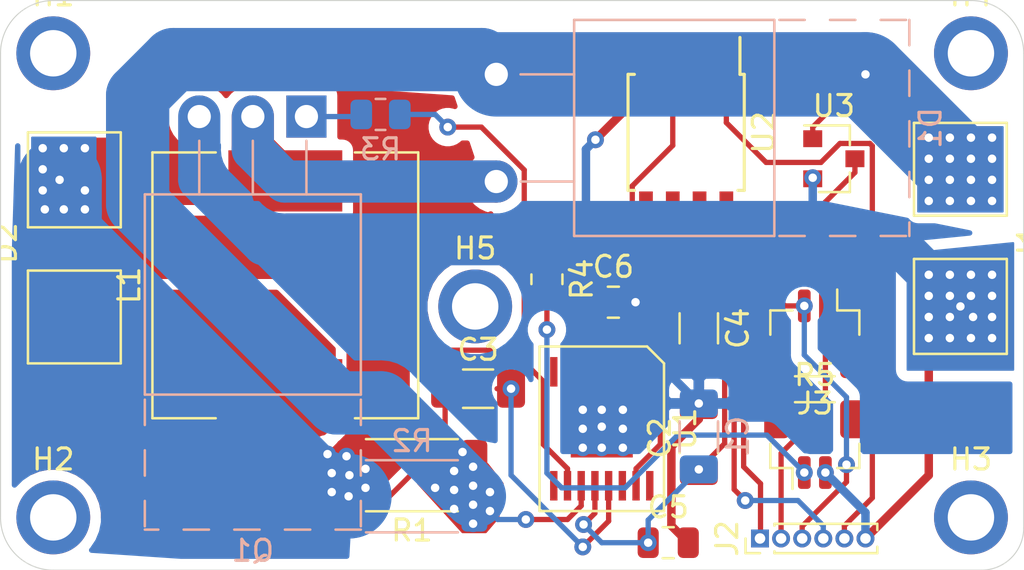
<source format=kicad_pcb>
(kicad_pcb (version 20171130) (host pcbnew "(5.1.9-0-10_14)")

  (general
    (thickness 1.6)
    (drawings 12)
    (tracks 279)
    (zones 0)
    (modules 26)
    (nets 22)
  )

  (page A4)
  (layers
    (0 F.Cu signal hide)
    (31 B.Cu signal hide)
    (32 B.Adhes user)
    (33 F.Adhes user)
    (34 B.Paste user)
    (35 F.Paste user)
    (36 B.SilkS user)
    (37 F.SilkS user)
    (38 B.Mask user)
    (39 F.Mask user)
    (40 Dwgs.User user)
    (41 Cmts.User user)
    (42 Eco1.User user)
    (43 Eco2.User user)
    (44 Edge.Cuts user)
    (45 Margin user)
    (46 B.CrtYd user)
    (47 F.CrtYd user)
    (48 B.Fab user)
    (49 F.Fab user)
  )

  (setup
    (last_trace_width 0.25)
    (trace_clearance 0.2)
    (zone_clearance 0.508)
    (zone_45_only no)
    (trace_min 0.2)
    (via_size 0.8)
    (via_drill 0.4)
    (via_min_size 0.4)
    (via_min_drill 0.3)
    (uvia_size 0.3)
    (uvia_drill 0.1)
    (uvias_allowed no)
    (uvia_min_size 0.2)
    (uvia_min_drill 0.1)
    (edge_width 0.05)
    (segment_width 0.2)
    (pcb_text_width 0.3)
    (pcb_text_size 1.5 1.5)
    (mod_edge_width 0.12)
    (mod_text_size 1 1)
    (mod_text_width 0.15)
    (pad_size 1.524 1.524)
    (pad_drill 0.762)
    (pad_to_mask_clearance 0)
    (aux_axis_origin 0 0)
    (visible_elements FFFFFF7F)
    (pcbplotparams
      (layerselection 0x010fc_ffffffff)
      (usegerberextensions false)
      (usegerberattributes true)
      (usegerberadvancedattributes true)
      (creategerberjobfile true)
      (excludeedgelayer true)
      (linewidth 0.100000)
      (plotframeref false)
      (viasonmask false)
      (mode 1)
      (useauxorigin false)
      (hpglpennumber 1)
      (hpglpenspeed 20)
      (hpglpendiameter 15.000000)
      (psnegative false)
      (psa4output false)
      (plotreference true)
      (plotvalue true)
      (plotinvisibletext false)
      (padsonsilk false)
      (subtractmaskfromsilk false)
      (outputformat 1)
      (mirror false)
      (drillshape 1)
      (scaleselection 1)
      (outputdirectory ""))
  )

  (net 0 "")
  (net 1 GND)
  (net 2 "Net-(C3-Pad2)")
  (net 3 "Net-(D1-Pad2)")
  (net 4 "Net-(Q1-Pad1)")
  (net 5 "Net-(R3-Pad2)")
  (net 6 "Net-(U1-Pad5)")
  (net 7 "Net-(U1-Pad14)")
  (net 8 Batt+)
  (net 9 "Net-(U2-Pad2)")
  (net 10 "Net-(J2-Pad5)")
  (net 11 "Net-(J2-Pad4)")
  (net 12 "Net-(J2-Pad3)")
  (net 13 "Net-(J2-Pad2)")
  (net 14 PWM)
  (net 15 "Net-(J2-Pad1)")
  (net 16 "Net-(C3-Pad1)")
  (net 17 "Net-(C6-Pad1)")
  (net 18 "Net-(R4-Pad2)")
  (net 19 "Net-(R4-Pad1)")
  (net 20 "Net-(U1-Pad8)")
  (net 21 "Net-(U1-Pad9)")

  (net_class Default "This is the default net class."
    (clearance 0.2)
    (trace_width 0.25)
    (via_dia 0.8)
    (via_drill 0.4)
    (uvia_dia 0.3)
    (uvia_drill 0.1)
    (add_net Batt+)
    (add_net "Net-(C3-Pad1)")
    (add_net "Net-(C3-Pad2)")
    (add_net "Net-(C6-Pad1)")
    (add_net "Net-(D1-Pad2)")
    (add_net "Net-(J2-Pad1)")
    (add_net "Net-(J2-Pad2)")
    (add_net "Net-(J2-Pad3)")
    (add_net "Net-(J2-Pad4)")
    (add_net "Net-(J2-Pad5)")
    (add_net "Net-(Q1-Pad1)")
    (add_net "Net-(R3-Pad2)")
    (add_net "Net-(R4-Pad1)")
    (add_net "Net-(R4-Pad2)")
    (add_net "Net-(U1-Pad14)")
    (add_net "Net-(U1-Pad5)")
    (add_net "Net-(U1-Pad8)")
    (add_net "Net-(U1-Pad9)")
    (add_net "Net-(U2-Pad2)")
    (add_net PWM)
  )

  (net_class GND ""
    (clearance 0.2)
    (trace_width 0.4)
    (via_dia 0.8)
    (via_drill 0.4)
    (uvia_dia 0.3)
    (uvia_drill 0.1)
    (add_net GND)
  )

  (net_class LED+ ""
    (clearance 0.2)
    (trace_width 0.8)
    (via_dia 0.8)
    (via_drill 0.4)
    (uvia_dia 0.3)
    (uvia_drill 0.1)
  )

  (module Connector_PinHeader_1.00mm:PinHeader_1x06_P1.00mm_Vertical (layer F.Cu) (tedit 59FED738) (tstamp 6039F9F9)
    (at 147.5 76 90)
    (descr "Through hole straight pin header, 1x06, 1.00mm pitch, single row")
    (tags "Through hole pin header THT 1x06 1.00mm single row")
    (path /603A45FE)
    (fp_text reference J2 (at 0 -1.56 90) (layer F.SilkS)
      (effects (font (size 1 1) (thickness 0.15)))
    )
    (fp_text value AVR-ISP-6 (at 0 6.56 90) (layer F.Fab)
      (effects (font (size 1 1) (thickness 0.15)))
    )
    (fp_line (start 1.15 -1) (end -1.15 -1) (layer F.CrtYd) (width 0.05))
    (fp_line (start 1.15 6) (end 1.15 -1) (layer F.CrtYd) (width 0.05))
    (fp_line (start -1.15 6) (end 1.15 6) (layer F.CrtYd) (width 0.05))
    (fp_line (start -1.15 -1) (end -1.15 6) (layer F.CrtYd) (width 0.05))
    (fp_line (start -0.695 -0.685) (end 0 -0.685) (layer F.SilkS) (width 0.12))
    (fp_line (start -0.695 0) (end -0.695 -0.685) (layer F.SilkS) (width 0.12))
    (fp_line (start 0.608276 0.685) (end 0.695 0.685) (layer F.SilkS) (width 0.12))
    (fp_line (start -0.695 0.685) (end -0.608276 0.685) (layer F.SilkS) (width 0.12))
    (fp_line (start 0.695 0.685) (end 0.695 5.56) (layer F.SilkS) (width 0.12))
    (fp_line (start -0.695 0.685) (end -0.695 5.56) (layer F.SilkS) (width 0.12))
    (fp_line (start 0.394493 5.56) (end 0.695 5.56) (layer F.SilkS) (width 0.12))
    (fp_line (start -0.695 5.56) (end -0.394493 5.56) (layer F.SilkS) (width 0.12))
    (fp_line (start -0.635 -0.1825) (end -0.3175 -0.5) (layer F.Fab) (width 0.1))
    (fp_line (start -0.635 5.5) (end -0.635 -0.1825) (layer F.Fab) (width 0.1))
    (fp_line (start 0.635 5.5) (end -0.635 5.5) (layer F.Fab) (width 0.1))
    (fp_line (start 0.635 -0.5) (end 0.635 5.5) (layer F.Fab) (width 0.1))
    (fp_line (start -0.3175 -0.5) (end 0.635 -0.5) (layer F.Fab) (width 0.1))
    (fp_text user %R (at 0 2.5) (layer F.Fab)
      (effects (font (size 0.76 0.76) (thickness 0.114)))
    )
    (pad 6 thru_hole oval (at 0 5 90) (size 0.85 0.85) (drill 0.5) (layers *.Cu *.Mask)
      (net 1 GND))
    (pad 5 thru_hole oval (at 0 4 90) (size 0.85 0.85) (drill 0.5) (layers *.Cu *.Mask)
      (net 10 "Net-(J2-Pad5)"))
    (pad 4 thru_hole oval (at 0 3 90) (size 0.85 0.85) (drill 0.5) (layers *.Cu *.Mask)
      (net 11 "Net-(J2-Pad4)"))
    (pad 3 thru_hole oval (at 0 2 90) (size 0.85 0.85) (drill 0.5) (layers *.Cu *.Mask)
      (net 12 "Net-(J2-Pad3)"))
    (pad 2 thru_hole oval (at 0 1 90) (size 0.85 0.85) (drill 0.5) (layers *.Cu *.Mask)
      (net 13 "Net-(J2-Pad2)"))
    (pad 1 thru_hole rect (at 0 0 90) (size 0.85 0.85) (drill 0.5) (layers *.Cu *.Mask)
      (net 15 "Net-(J2-Pad1)"))
    (model ${KISYS3DMOD}/Connector_PinHeader_1.00mm.3dshapes/PinHeader_1x06_P1.00mm_Vertical.wrl
      (at (xyz 0 0 0))
      (scale (xyz 1 1 1))
      (rotate (xyz 0 0 0))
    )
  )

  (module xhp70-driver:TO-220-3_Horizontal_TabUp-no-mounting-hole (layer B.Cu) (tedit 6039E58D) (tstamp 603A6C1C)
    (at 126 56 180)
    (descr "TO-220-3, Horizontal, RM 2.54mm, see https://www.vishay.com/docs/66542/to-220-1.pdf")
    (tags "TO-220-3 Horizontal RM 2.54mm")
    (path /603205DA)
    (fp_text reference Q1 (at 2.54 -20.58) (layer B.SilkS)
      (effects (font (size 1 1) (thickness 0.15)) (justify mirror))
    )
    (fp_text value Q_NMOS_GDS (at 2.54 2) (layer B.Fab)
      (effects (font (size 1 1) (thickness 0.15)) (justify mirror))
    )
    (fp_line (start 7.79 1.25) (end -2.71 1.25) (layer B.CrtYd) (width 0.05))
    (fp_line (start 7.79 -19.71) (end 7.79 1.25) (layer B.CrtYd) (width 0.05))
    (fp_line (start -2.71 -19.71) (end 7.79 -19.71) (layer B.CrtYd) (width 0.05))
    (fp_line (start -2.71 1.25) (end -2.71 -19.71) (layer B.CrtYd) (width 0.05))
    (fp_line (start 5.08 -1.15) (end 5.08 -3.69) (layer B.SilkS) (width 0.12))
    (fp_line (start 2.54 -1.15) (end 2.54 -3.69) (layer B.SilkS) (width 0.12))
    (fp_line (start 0 -1.15) (end 0 -3.69) (layer B.SilkS) (width 0.12))
    (fp_line (start 7.66 -18.22) (end 7.66 -19.42) (layer B.SilkS) (width 0.12))
    (fp_line (start 7.66 -15.82) (end 7.66 -17.02) (layer B.SilkS) (width 0.12))
    (fp_line (start 7.66 -13.42) (end 7.66 -14.62) (layer B.SilkS) (width 0.12))
    (fp_line (start -2.58 -18.22) (end -2.58 -19.42) (layer B.SilkS) (width 0.12))
    (fp_line (start -2.58 -15.82) (end -2.58 -17.02) (layer B.SilkS) (width 0.12))
    (fp_line (start -2.58 -13.42) (end -2.58 -14.62) (layer B.SilkS) (width 0.12))
    (fp_line (start 7.02 -19.58) (end 7.66 -19.58) (layer B.SilkS) (width 0.12))
    (fp_line (start 4.62 -19.58) (end 5.82 -19.58) (layer B.SilkS) (width 0.12))
    (fp_line (start 2.22 -19.58) (end 3.42 -19.58) (layer B.SilkS) (width 0.12))
    (fp_line (start -0.181 -19.58) (end 1.02 -19.58) (layer B.SilkS) (width 0.12))
    (fp_line (start -2.58 -19.58) (end -1.38 -19.58) (layer B.SilkS) (width 0.12))
    (fp_line (start 7.66 -3.69) (end 7.66 -13.18) (layer B.SilkS) (width 0.12))
    (fp_line (start -2.58 -3.69) (end -2.58 -13.18) (layer B.SilkS) (width 0.12))
    (fp_line (start -2.58 -13.18) (end 7.66 -13.18) (layer B.SilkS) (width 0.12))
    (fp_line (start -2.58 -3.69) (end 7.66 -3.69) (layer B.SilkS) (width 0.12))
    (fp_line (start 5.08 -3.81) (end 5.08 0) (layer B.Fab) (width 0.1))
    (fp_line (start 2.54 -3.81) (end 2.54 0) (layer B.Fab) (width 0.1))
    (fp_line (start 0 -3.81) (end 0 0) (layer B.Fab) (width 0.1))
    (fp_line (start 7.54 -3.81) (end -2.46 -3.81) (layer B.Fab) (width 0.1))
    (fp_line (start 7.54 -13.06) (end 7.54 -3.81) (layer B.Fab) (width 0.1))
    (fp_line (start -2.46 -13.06) (end 7.54 -13.06) (layer B.Fab) (width 0.1))
    (fp_line (start -2.46 -3.81) (end -2.46 -13.06) (layer B.Fab) (width 0.1))
    (fp_line (start 7.54 -13.06) (end -2.46 -13.06) (layer B.Fab) (width 0.1))
    (fp_line (start 7.54 -19.46) (end 7.54 -13.06) (layer B.Fab) (width 0.1))
    (fp_line (start -2.46 -19.46) (end 7.54 -19.46) (layer B.Fab) (width 0.1))
    (fp_line (start -2.46 -13.06) (end -2.46 -19.46) (layer B.Fab) (width 0.1))
    (fp_circle (center 2.54 -16.66) (end 4.39 -16.66) (layer B.Fab) (width 0.1))
    (fp_text user %R (at 2.54 -20.58) (layer B.Fab)
      (effects (font (size 1 1) (thickness 0.15)) (justify mirror))
    )
    (pad 3 thru_hole oval (at 5.08 0 180) (size 1.905 2) (drill 1.1) (layers *.Cu *.Mask)
      (net 1 GND))
    (pad 2 thru_hole oval (at 2.54 0 180) (size 1.905 2) (drill 1.1) (layers *.Cu *.Mask)
      (net 3 "Net-(D1-Pad2)"))
    (pad 1 thru_hole rect (at 0 0 180) (size 1.905 2) (drill 1.1) (layers *.Cu *.Mask)
      (net 4 "Net-(Q1-Pad1)"))
    (model ${KISYS3DMOD}/Package_TO_SOT_THT.3dshapes/TO-220-3_Horizontal_TabUp.wrl
      (at (xyz 0 0 0))
      (scale (xyz 1 1 1))
      (rotate (xyz 0 0 0))
    )
  )

  (module xhp70-driver:TO-220-2_Horizontal_TabUp-no-mounting-hole (layer B.Cu) (tedit 6039E584) (tstamp 603A6BA7)
    (at 135 54 270)
    (descr "TO-220-2, Horizontal, RM 5.08mm, see https://www.centralsemi.com/PDFS/CASE/TO-220-2PD.PDF")
    (tags "TO-220-2 Horizontal RM 5.08mm")
    (path /6040243C)
    (fp_text reference D1 (at 2.54 -20.58 270) (layer B.SilkS)
      (effects (font (size 1 1) (thickness 0.15)) (justify mirror))
    )
    (fp_text value D_Schottky (at 2.54 2 270) (layer B.Fab)
      (effects (font (size 1 1) (thickness 0.15)) (justify mirror))
    )
    (fp_line (start 7.79 1.25) (end -2.71 1.25) (layer B.CrtYd) (width 0.05))
    (fp_line (start 7.79 -19.71) (end 7.79 1.25) (layer B.CrtYd) (width 0.05))
    (fp_line (start -2.71 -19.71) (end 7.79 -19.71) (layer B.CrtYd) (width 0.05))
    (fp_line (start -2.71 1.25) (end -2.71 -19.71) (layer B.CrtYd) (width 0.05))
    (fp_line (start 5.08 -1.165) (end 5.08 -3.69) (layer B.SilkS) (width 0.12))
    (fp_line (start 0 -1.15) (end 0 -3.69) (layer B.SilkS) (width 0.12))
    (fp_line (start 7.66 -18.22) (end 7.66 -19.42) (layer B.SilkS) (width 0.12))
    (fp_line (start 7.66 -15.82) (end 7.66 -17.02) (layer B.SilkS) (width 0.12))
    (fp_line (start 7.66 -13.42) (end 7.66 -14.62) (layer B.SilkS) (width 0.12))
    (fp_line (start -2.58 -18.22) (end -2.58 -19.42) (layer B.SilkS) (width 0.12))
    (fp_line (start -2.58 -15.82) (end -2.58 -17.02) (layer B.SilkS) (width 0.12))
    (fp_line (start -2.58 -13.42) (end -2.58 -14.62) (layer B.SilkS) (width 0.12))
    (fp_line (start 7.02 -19.58) (end 7.66 -19.58) (layer B.SilkS) (width 0.12))
    (fp_line (start 4.62 -19.58) (end 5.82 -19.58) (layer B.SilkS) (width 0.12))
    (fp_line (start 2.22 -19.58) (end 3.42 -19.58) (layer B.SilkS) (width 0.12))
    (fp_line (start -0.181 -19.58) (end 1.02 -19.58) (layer B.SilkS) (width 0.12))
    (fp_line (start -2.58 -19.58) (end -1.38 -19.58) (layer B.SilkS) (width 0.12))
    (fp_line (start 7.66 -3.69) (end 7.66 -13.18) (layer B.SilkS) (width 0.12))
    (fp_line (start -2.58 -3.69) (end -2.58 -13.18) (layer B.SilkS) (width 0.12))
    (fp_line (start -2.58 -13.18) (end 7.66 -13.18) (layer B.SilkS) (width 0.12))
    (fp_line (start -2.58 -3.69) (end 7.66 -3.69) (layer B.SilkS) (width 0.12))
    (fp_line (start 5.08 -3.81) (end 5.08 0) (layer B.Fab) (width 0.1))
    (fp_line (start 0 -3.81) (end 0 0) (layer B.Fab) (width 0.1))
    (fp_line (start 7.54 -3.81) (end -2.46 -3.81) (layer B.Fab) (width 0.1))
    (fp_line (start 7.54 -13.06) (end 7.54 -3.81) (layer B.Fab) (width 0.1))
    (fp_line (start -2.46 -13.06) (end 7.54 -13.06) (layer B.Fab) (width 0.1))
    (fp_line (start -2.46 -3.81) (end -2.46 -13.06) (layer B.Fab) (width 0.1))
    (fp_line (start 7.54 -13.06) (end -2.46 -13.06) (layer B.Fab) (width 0.1))
    (fp_line (start 7.54 -19.46) (end 7.54 -13.06) (layer B.Fab) (width 0.1))
    (fp_line (start -2.46 -19.46) (end 7.54 -19.46) (layer B.Fab) (width 0.1))
    (fp_line (start -2.46 -13.06) (end -2.46 -19.46) (layer B.Fab) (width 0.1))
    (fp_circle (center 2.54 -16.66) (end 4.39 -16.66) (layer B.Fab) (width 0.1))
    (fp_text user %R (at 2.54 -20.58 270) (layer B.Fab)
      (effects (font (size 1 1) (thickness 0.15)) (justify mirror))
    )
    (pad 2 thru_hole oval (at 5.08 0 270) (size 2 2) (drill 1.1) (layers *.Cu *.Mask)
      (net 3 "Net-(D1-Pad2)"))
    (pad 1 thru_hole rect (at 0 0 270) (size 2 2) (drill 1.1) (layers *.Cu *.Mask)
      (net 8 Batt+))
    (model ${KISYS3DMOD}/Package_TO_SOT_THT.3dshapes/TO-220-2_Horizontal_TabUp.wrl
      (at (xyz 0 0 0))
      (scale (xyz 1 1 1))
      (rotate (xyz 0 0 0))
    )
  )

  (module Package_TO_SOT_SMD:SOT-23 (layer F.Cu) (tedit 5A02FF57) (tstamp 6039F4E3)
    (at 151 58)
    (descr "SOT-23, Standard")
    (tags SOT-23)
    (path /6039EB96)
    (attr smd)
    (fp_text reference U3 (at 0 -2.5) (layer F.SilkS)
      (effects (font (size 1 1) (thickness 0.15)))
    )
    (fp_text value L7805 (at 0 2.5) (layer F.Fab)
      (effects (font (size 1 1) (thickness 0.15)))
    )
    (fp_line (start -0.7 -0.95) (end -0.7 1.5) (layer F.Fab) (width 0.1))
    (fp_line (start -0.15 -1.52) (end 0.7 -1.52) (layer F.Fab) (width 0.1))
    (fp_line (start -0.7 -0.95) (end -0.15 -1.52) (layer F.Fab) (width 0.1))
    (fp_line (start 0.7 -1.52) (end 0.7 1.52) (layer F.Fab) (width 0.1))
    (fp_line (start -0.7 1.52) (end 0.7 1.52) (layer F.Fab) (width 0.1))
    (fp_line (start 0.76 1.58) (end 0.76 0.65) (layer F.SilkS) (width 0.12))
    (fp_line (start 0.76 -1.58) (end 0.76 -0.65) (layer F.SilkS) (width 0.12))
    (fp_line (start -1.7 -1.75) (end 1.7 -1.75) (layer F.CrtYd) (width 0.05))
    (fp_line (start 1.7 -1.75) (end 1.7 1.75) (layer F.CrtYd) (width 0.05))
    (fp_line (start 1.7 1.75) (end -1.7 1.75) (layer F.CrtYd) (width 0.05))
    (fp_line (start -1.7 1.75) (end -1.7 -1.75) (layer F.CrtYd) (width 0.05))
    (fp_line (start 0.76 -1.58) (end -1.4 -1.58) (layer F.SilkS) (width 0.12))
    (fp_line (start 0.76 1.58) (end -0.7 1.58) (layer F.SilkS) (width 0.12))
    (fp_text user %R (at 0 0 90) (layer F.Fab)
      (effects (font (size 0.5 0.5) (thickness 0.075)))
    )
    (pad 3 smd rect (at 1 0) (size 0.9 0.8) (layers F.Cu F.Paste F.Mask)
      (net 13 "Net-(J2-Pad2)"))
    (pad 2 smd rect (at -1 0.95) (size 0.9 0.8) (layers F.Cu F.Paste F.Mask)
      (net 1 GND))
    (pad 1 smd rect (at -1 -0.95) (size 0.9 0.8) (layers F.Cu F.Paste F.Mask)
      (net 8 Batt+))
    (model ${KISYS3DMOD}/Package_TO_SOT_SMD.3dshapes/SOT-23.wrl
      (at (xyz 0 0 0))
      (scale (xyz 1 1 1))
      (rotate (xyz 0 0 0))
    )
  )

  (module Package_SO:SOIJ-8_5.3x5.3mm_P1.27mm (layer F.Cu) (tedit 5A02F2D3) (tstamp 6039F8D3)
    (at 144 56.75 270)
    (descr "8-Lead Plastic Small Outline (SM) - Medium, 5.28 mm Body [SOIC] (see Microchip Packaging Specification 00000049BS.pdf)")
    (tags "SOIC 1.27")
    (path /603982E6)
    (attr smd)
    (fp_text reference U2 (at 0 -3.68 90) (layer F.SilkS)
      (effects (font (size 1 1) (thickness 0.15)))
    )
    (fp_text value ATtiny85-20SU (at 0 3.68 90) (layer F.Fab)
      (effects (font (size 1 1) (thickness 0.15)))
    )
    (fp_line (start -1.65 -2.65) (end 2.65 -2.65) (layer F.Fab) (width 0.15))
    (fp_line (start 2.65 -2.65) (end 2.65 2.65) (layer F.Fab) (width 0.15))
    (fp_line (start 2.65 2.65) (end -2.65 2.65) (layer F.Fab) (width 0.15))
    (fp_line (start -2.65 2.65) (end -2.65 -1.65) (layer F.Fab) (width 0.15))
    (fp_line (start -2.65 -1.65) (end -1.65 -2.65) (layer F.Fab) (width 0.15))
    (fp_line (start -4.75 -2.95) (end -4.75 2.95) (layer F.CrtYd) (width 0.05))
    (fp_line (start 4.75 -2.95) (end 4.75 2.95) (layer F.CrtYd) (width 0.05))
    (fp_line (start -4.75 -2.95) (end 4.75 -2.95) (layer F.CrtYd) (width 0.05))
    (fp_line (start -4.75 2.95) (end 4.75 2.95) (layer F.CrtYd) (width 0.05))
    (fp_line (start -2.75 -2.755) (end -2.75 -2.55) (layer F.SilkS) (width 0.15))
    (fp_line (start 2.75 -2.755) (end 2.75 -2.455) (layer F.SilkS) (width 0.15))
    (fp_line (start 2.75 2.755) (end 2.75 2.455) (layer F.SilkS) (width 0.15))
    (fp_line (start -2.75 2.755) (end -2.75 2.455) (layer F.SilkS) (width 0.15))
    (fp_line (start -2.75 -2.755) (end 2.75 -2.755) (layer F.SilkS) (width 0.15))
    (fp_line (start -2.75 2.755) (end 2.75 2.755) (layer F.SilkS) (width 0.15))
    (fp_line (start -2.75 -2.55) (end -4.5 -2.55) (layer F.SilkS) (width 0.15))
    (fp_text user %R (at 0 0 90) (layer F.Fab)
      (effects (font (size 1 1) (thickness 0.15)))
    )
    (pad 8 smd rect (at 3.65 -1.905 270) (size 1.7 0.65) (layers F.Cu F.Paste F.Mask)
      (net 13 "Net-(J2-Pad2)"))
    (pad 7 smd rect (at 3.65 -0.635 270) (size 1.7 0.65) (layers F.Cu F.Paste F.Mask)
      (net 12 "Net-(J2-Pad3)"))
    (pad 6 smd rect (at 3.65 0.635 270) (size 1.7 0.65) (layers F.Cu F.Paste F.Mask)
      (net 15 "Net-(J2-Pad1)"))
    (pad 5 smd rect (at 3.65 1.905 270) (size 1.7 0.65) (layers F.Cu F.Paste F.Mask)
      (net 11 "Net-(J2-Pad4)"))
    (pad 4 smd rect (at -3.65 1.905 270) (size 1.7 0.65) (layers F.Cu F.Paste F.Mask)
      (net 1 GND))
    (pad 3 smd rect (at -3.65 0.635 270) (size 1.7 0.65) (layers F.Cu F.Paste F.Mask)
      (net 14 PWM))
    (pad 2 smd rect (at -3.65 -0.635 270) (size 1.7 0.65) (layers F.Cu F.Paste F.Mask)
      (net 9 "Net-(U2-Pad2)"))
    (pad 1 smd rect (at -3.65 -1.905 270) (size 1.7 0.65) (layers F.Cu F.Paste F.Mask)
      (net 10 "Net-(J2-Pad5)"))
    (model ${KISYS3DMOD}/Package_SO.3dshapes/SOIJ-8_5.3x5.3mm_P1.27mm.wrl
      (at (xyz 0 0 0))
      (scale (xyz 1 1 1))
      (rotate (xyz 0 0 0))
    )
  )

  (module xhp70-driver:AL8871Q (layer F.Cu) (tedit 602CF6F3) (tstamp 603A91E7)
    (at 140 70.8 180)
    (path /6031458B)
    (attr smd)
    (fp_text reference U1 (at -3.95 0 270) (layer F.SilkS)
      (effects (font (size 1 1) (thickness 0.15)))
    )
    (fp_text value AL8871Q (at 4.35 0 270) (layer F.Fab)
      (effects (font (size 1 1) (thickness 0.15)))
    )
    (fp_line (start -2.15 3.9) (end -2.95 3.1) (layer F.SilkS) (width 0.12))
    (fp_line (start -2.95 3.1) (end -2.95 -3.9) (layer F.SilkS) (width 0.12))
    (fp_line (start -2.95 -3.9) (end 2.95 -3.9) (layer F.SilkS) (width 0.12))
    (fp_line (start 2.95 -3.9) (end 2.95 3.9) (layer F.SilkS) (width 0.12))
    (fp_line (start 2.95 3.9) (end -2.15 3.9) (layer F.SilkS) (width 0.12))
    (fp_line (start -2.7 -3.65) (end 2.7 -3.65) (layer F.CrtYd) (width 0.05))
    (fp_line (start 2.7 -3.65) (end 2.7 3.65) (layer F.CrtYd) (width 0.05))
    (fp_line (start 2.7 3.65) (end -2.7 3.65) (layer F.CrtYd) (width 0.05))
    (fp_line (start -2.7 3.65) (end -2.7 -3.65) (layer F.CrtYd) (width 0.05))
    (pad 17 smd rect (at 0 0 180) (size 2.94 2.72) (layers F.Cu F.Paste F.Mask)
      (net 1 GND))
    (pad 8 smd rect (at 2.275 2.7 180) (size 0.35 1.4) (layers F.Cu F.Paste F.Mask)
      (net 20 "Net-(U1-Pad8)"))
    (pad 9 smd rect (at 2.275 -2.7 180) (size 0.35 1.4) (layers F.Cu F.Paste F.Mask)
      (net 21 "Net-(U1-Pad9)"))
    (pad 7 smd rect (at 1.625 2.7 180) (size 0.35 1.4) (layers F.Cu F.Paste F.Mask)
      (net 1 GND))
    (pad 10 smd rect (at 1.625 -2.7 180) (size 0.35 1.4) (layers F.Cu F.Paste F.Mask)
      (net 5 "Net-(R3-Pad2)"))
    (pad 6 smd rect (at 0.975 2.7 180) (size 0.35 1.4) (layers F.Cu F.Paste F.Mask)
      (net 1 GND))
    (pad 11 smd rect (at 0.975 -2.7 180) (size 0.35 1.4) (layers F.Cu F.Paste F.Mask)
      (net 8 Batt+))
    (pad 5 smd rect (at 0.325 2.7 180) (size 0.35 1.4) (layers F.Cu F.Paste F.Mask)
      (net 6 "Net-(U1-Pad5)"))
    (pad 12 smd rect (at 0.325 -2.7 180) (size 0.35 1.4) (layers F.Cu F.Paste F.Mask)
      (net 8 Batt+))
    (pad 4 smd rect (at -0.325 2.7 180) (size 0.35 1.4) (layers F.Cu F.Paste F.Mask)
      (net 17 "Net-(C6-Pad1)"))
    (pad 13 smd rect (at -0.325 -2.7 180) (size 0.35 1.4) (layers F.Cu F.Paste F.Mask)
      (net 2 "Net-(C3-Pad2)"))
    (pad 3 smd rect (at -0.975 2.7 180) (size 0.35 1.4) (layers F.Cu F.Paste F.Mask)
      (net 18 "Net-(R4-Pad2)"))
    (pad 14 smd rect (at -0.975 -2.7 180) (size 0.35 1.4) (layers F.Cu F.Paste F.Mask)
      (net 7 "Net-(U1-Pad14)"))
    (pad 2 smd rect (at -1.625 2.7 180) (size 0.35 1.4) (layers F.Cu F.Paste F.Mask)
      (net 19 "Net-(R4-Pad1)"))
    (pad 15 smd rect (at -1.625 -2.7 180) (size 0.35 1.4) (layers F.Cu F.Paste F.Mask)
      (net 14 PWM))
    (pad 1 smd rect (at -2.275 2.7 180) (size 0.35 1.4) (layers F.Cu F.Paste F.Mask)
      (net 19 "Net-(R4-Pad1)"))
    (pad 16 smd rect (at -2.275 -2.7 180) (size 0.35 1.4) (layers F.Cu F.Paste F.Mask)
      (net 19 "Net-(R4-Pad1)"))
  )

  (module Connector_JST:JST_SH_BM02B-SRSS-TB_1x02-1MP_P1.00mm_Vertical (layer F.Cu) (tedit 5B78AD87) (tstamp 6039F676)
    (at 150.1 71.55)
    (descr "JST SH series connector, BM02B-SRSS-TB (http://www.jst-mfg.com/product/pdf/eng/eSH.pdf), generated with kicad-footprint-generator")
    (tags "connector JST SH side entry")
    (path /6030A23F)
    (attr smd)
    (fp_text reference R5 (at 0 -3.3) (layer F.SilkS)
      (effects (font (size 1 1) (thickness 0.15)))
    )
    (fp_text value 10K (at 0 3.3) (layer F.Fab)
      (effects (font (size 1 1) (thickness 0.15)))
    )
    (fp_line (start -2 1) (end 2 1) (layer F.Fab) (width 0.1))
    (fp_line (start -2.11 -0.04) (end -2.11 1.11) (layer F.SilkS) (width 0.12))
    (fp_line (start -2.11 1.11) (end -1.06 1.11) (layer F.SilkS) (width 0.12))
    (fp_line (start -1.06 1.11) (end -1.06 2.1) (layer F.SilkS) (width 0.12))
    (fp_line (start 2.11 -0.04) (end 2.11 1.11) (layer F.SilkS) (width 0.12))
    (fp_line (start 2.11 1.11) (end 1.06 1.11) (layer F.SilkS) (width 0.12))
    (fp_line (start -0.94 -2.01) (end 0.94 -2.01) (layer F.SilkS) (width 0.12))
    (fp_line (start -2 -1.9) (end 2 -1.9) (layer F.Fab) (width 0.1))
    (fp_line (start -2 1) (end -2 -1.9) (layer F.Fab) (width 0.1))
    (fp_line (start 2 1) (end 2 -1.9) (layer F.Fab) (width 0.1))
    (fp_line (start -0.65 -1.55) (end -0.65 -0.95) (layer F.Fab) (width 0.1))
    (fp_line (start -0.65 -0.95) (end -0.35 -0.95) (layer F.Fab) (width 0.1))
    (fp_line (start -0.35 -0.95) (end -0.35 -1.55) (layer F.Fab) (width 0.1))
    (fp_line (start -0.35 -1.55) (end -0.65 -1.55) (layer F.Fab) (width 0.1))
    (fp_line (start 0.35 -1.55) (end 0.35 -0.95) (layer F.Fab) (width 0.1))
    (fp_line (start 0.35 -0.95) (end 0.65 -0.95) (layer F.Fab) (width 0.1))
    (fp_line (start 0.65 -0.95) (end 0.65 -1.55) (layer F.Fab) (width 0.1))
    (fp_line (start 0.65 -1.55) (end 0.35 -1.55) (layer F.Fab) (width 0.1))
    (fp_line (start -2.9 -2.6) (end -2.9 2.6) (layer F.CrtYd) (width 0.05))
    (fp_line (start -2.9 2.6) (end 2.9 2.6) (layer F.CrtYd) (width 0.05))
    (fp_line (start 2.9 2.6) (end 2.9 -2.6) (layer F.CrtYd) (width 0.05))
    (fp_line (start 2.9 -2.6) (end -2.9 -2.6) (layer F.CrtYd) (width 0.05))
    (fp_line (start -1 1) (end -0.5 0.292893) (layer F.Fab) (width 0.1))
    (fp_line (start -0.5 0.292893) (end 0 1) (layer F.Fab) (width 0.1))
    (fp_text user %R (at 0 -0.25) (layer F.Fab)
      (effects (font (size 1 1) (thickness 0.15)))
    )
    (pad MP smd roundrect (at 1.8 -1.2) (size 1.2 1.8) (layers F.Cu F.Paste F.Mask) (roundrect_rratio 0.208333))
    (pad MP smd roundrect (at -1.8 -1.2) (size 1.2 1.8) (layers F.Cu F.Paste F.Mask) (roundrect_rratio 0.208333))
    (pad 2 smd roundrect (at 0.5 1.325) (size 0.6 1.55) (layers F.Cu F.Paste F.Mask) (roundrect_rratio 0.25)
      (net 1 GND))
    (pad 1 smd roundrect (at -0.5 1.325) (size 0.6 1.55) (layers F.Cu F.Paste F.Mask) (roundrect_rratio 0.25)
      (net 18 "Net-(R4-Pad2)"))
    (model ${KISYS3DMOD}/Connector_JST.3dshapes/JST_SH_BM02B-SRSS-TB_1x02-1MP_P1.00mm_Vertical.wrl
      (at (xyz 0 0 0))
      (scale (xyz 1 1 1))
      (rotate (xyz 0 0 0))
    )
  )

  (module Resistor_SMD:R_0805_2012Metric (layer F.Cu) (tedit 5F68FEEE) (tstamp 603A952F)
    (at 137.4 63.7125 270)
    (descr "Resistor SMD 0805 (2012 Metric), square (rectangular) end terminal, IPC_7351 nominal, (Body size source: IPC-SM-782 page 72, https://www.pcb-3d.com/wordpress/wp-content/uploads/ipc-sm-782a_amendment_1_and_2.pdf), generated with kicad-footprint-generator")
    (tags resistor)
    (path /6031B105)
    (attr smd)
    (fp_text reference R4 (at 0 -1.65 270) (layer F.SilkS)
      (effects (font (size 1 1) (thickness 0.15)))
    )
    (fp_text value 1.3K (at 0 1.65 270) (layer F.Fab)
      (effects (font (size 1 1) (thickness 0.15)))
    )
    (fp_line (start -1 0.625) (end -1 -0.625) (layer F.Fab) (width 0.1))
    (fp_line (start -1 -0.625) (end 1 -0.625) (layer F.Fab) (width 0.1))
    (fp_line (start 1 -0.625) (end 1 0.625) (layer F.Fab) (width 0.1))
    (fp_line (start 1 0.625) (end -1 0.625) (layer F.Fab) (width 0.1))
    (fp_line (start -0.227064 -0.735) (end 0.227064 -0.735) (layer F.SilkS) (width 0.12))
    (fp_line (start -0.227064 0.735) (end 0.227064 0.735) (layer F.SilkS) (width 0.12))
    (fp_line (start -1.68 0.95) (end -1.68 -0.95) (layer F.CrtYd) (width 0.05))
    (fp_line (start -1.68 -0.95) (end 1.68 -0.95) (layer F.CrtYd) (width 0.05))
    (fp_line (start 1.68 -0.95) (end 1.68 0.95) (layer F.CrtYd) (width 0.05))
    (fp_line (start 1.68 0.95) (end -1.68 0.95) (layer F.CrtYd) (width 0.05))
    (fp_text user %R (at 0 0 270) (layer F.Fab)
      (effects (font (size 0.5 0.5) (thickness 0.08)))
    )
    (pad 2 smd roundrect (at 0.9125 0 270) (size 1.025 1.4) (layers F.Cu F.Paste F.Mask) (roundrect_rratio 0.243902)
      (net 18 "Net-(R4-Pad2)"))
    (pad 1 smd roundrect (at -0.9125 0 270) (size 1.025 1.4) (layers F.Cu F.Paste F.Mask) (roundrect_rratio 0.243902)
      (net 19 "Net-(R4-Pad1)"))
    (model ${KISYS3DMOD}/Resistor_SMD.3dshapes/R_0805_2012Metric.wrl
      (at (xyz 0 0 0))
      (scale (xyz 1 1 1))
      (rotate (xyz 0 0 0))
    )
  )

  (module Resistor_SMD:R_0805_2012Metric (layer B.Cu) (tedit 5F68FEEE) (tstamp 6039F461)
    (at 129.5125 55.9)
    (descr "Resistor SMD 0805 (2012 Metric), square (rectangular) end terminal, IPC_7351 nominal, (Body size source: IPC-SM-782 page 72, https://www.pcb-3d.com/wordpress/wp-content/uploads/ipc-sm-782a_amendment_1_and_2.pdf), generated with kicad-footprint-generator")
    (tags resistor)
    (path /6031A435)
    (attr smd)
    (fp_text reference R3 (at 0 1.65) (layer B.SilkS)
      (effects (font (size 1 1) (thickness 0.15)) (justify mirror))
    )
    (fp_text value 2.2K (at 0 -1.65) (layer B.Fab)
      (effects (font (size 1 1) (thickness 0.15)) (justify mirror))
    )
    (fp_line (start -1 -0.625) (end -1 0.625) (layer B.Fab) (width 0.1))
    (fp_line (start -1 0.625) (end 1 0.625) (layer B.Fab) (width 0.1))
    (fp_line (start 1 0.625) (end 1 -0.625) (layer B.Fab) (width 0.1))
    (fp_line (start 1 -0.625) (end -1 -0.625) (layer B.Fab) (width 0.1))
    (fp_line (start -0.227064 0.735) (end 0.227064 0.735) (layer B.SilkS) (width 0.12))
    (fp_line (start -0.227064 -0.735) (end 0.227064 -0.735) (layer B.SilkS) (width 0.12))
    (fp_line (start -1.68 -0.95) (end -1.68 0.95) (layer B.CrtYd) (width 0.05))
    (fp_line (start -1.68 0.95) (end 1.68 0.95) (layer B.CrtYd) (width 0.05))
    (fp_line (start 1.68 0.95) (end 1.68 -0.95) (layer B.CrtYd) (width 0.05))
    (fp_line (start 1.68 -0.95) (end -1.68 -0.95) (layer B.CrtYd) (width 0.05))
    (fp_text user %R (at 0 0) (layer B.Fab)
      (effects (font (size 0.5 0.5) (thickness 0.08)) (justify mirror))
    )
    (pad 2 smd roundrect (at 0.9125 0) (size 1.025 1.4) (layers B.Cu B.Paste B.Mask) (roundrect_rratio 0.243902)
      (net 5 "Net-(R3-Pad2)"))
    (pad 1 smd roundrect (at -0.9125 0) (size 1.025 1.4) (layers B.Cu B.Paste B.Mask) (roundrect_rratio 0.243902)
      (net 4 "Net-(Q1-Pad1)"))
    (model ${KISYS3DMOD}/Resistor_SMD.3dshapes/R_0805_2012Metric.wrl
      (at (xyz 0 0 0))
      (scale (xyz 1 1 1))
      (rotate (xyz 0 0 0))
    )
  )

  (module Resistor_SMD:R_2512_6332Metric (layer B.Cu) (tedit 5F68FEEE) (tstamp 6039F450)
    (at 131 74 180)
    (descr "Resistor SMD 2512 (6332 Metric), square (rectangular) end terminal, IPC_7351 nominal, (Body size source: IPC-SM-782 page 72, https://www.pcb-3d.com/wordpress/wp-content/uploads/ipc-sm-782a_amendment_1_and_2.pdf), generated with kicad-footprint-generator")
    (tags resistor)
    (path /6031AE07)
    (attr smd)
    (fp_text reference R2 (at 0 2.62) (layer B.SilkS)
      (effects (font (size 1 1) (thickness 0.15)) (justify mirror))
    )
    (fp_text value 0.082 (at 0 -2.62) (layer B.Fab)
      (effects (font (size 1 1) (thickness 0.15)) (justify mirror))
    )
    (fp_line (start -3.15 -1.6) (end -3.15 1.6) (layer B.Fab) (width 0.1))
    (fp_line (start -3.15 1.6) (end 3.15 1.6) (layer B.Fab) (width 0.1))
    (fp_line (start 3.15 1.6) (end 3.15 -1.6) (layer B.Fab) (width 0.1))
    (fp_line (start 3.15 -1.6) (end -3.15 -1.6) (layer B.Fab) (width 0.1))
    (fp_line (start -2.177064 1.71) (end 2.177064 1.71) (layer B.SilkS) (width 0.12))
    (fp_line (start -2.177064 -1.71) (end 2.177064 -1.71) (layer B.SilkS) (width 0.12))
    (fp_line (start -3.82 -1.92) (end -3.82 1.92) (layer B.CrtYd) (width 0.05))
    (fp_line (start -3.82 1.92) (end 3.82 1.92) (layer B.CrtYd) (width 0.05))
    (fp_line (start 3.82 1.92) (end 3.82 -1.92) (layer B.CrtYd) (width 0.05))
    (fp_line (start 3.82 -1.92) (end -3.82 -1.92) (layer B.CrtYd) (width 0.05))
    (fp_text user %R (at 0 0) (layer B.Fab)
      (effects (font (size 1 1) (thickness 0.15)) (justify mirror))
    )
    (pad 2 smd roundrect (at 2.9625 0 180) (size 1.225 3.35) (layers B.Cu B.Paste B.Mask) (roundrect_rratio 0.204082)
      (net 2 "Net-(C3-Pad2)"))
    (pad 1 smd roundrect (at -2.9625 0 180) (size 1.225 3.35) (layers B.Cu B.Paste B.Mask) (roundrect_rratio 0.204082)
      (net 8 Batt+))
    (model ${KISYS3DMOD}/Resistor_SMD.3dshapes/R_2512_6332Metric.wrl
      (at (xyz 0 0 0))
      (scale (xyz 1 1 1))
      (rotate (xyz 0 0 0))
    )
  )

  (module Resistor_SMD:R_2512_6332Metric (layer F.Cu) (tedit 5F68FEEE) (tstamp 6039F43F)
    (at 131 73 180)
    (descr "Resistor SMD 2512 (6332 Metric), square (rectangular) end terminal, IPC_7351 nominal, (Body size source: IPC-SM-782 page 72, https://www.pcb-3d.com/wordpress/wp-content/uploads/ipc-sm-782a_amendment_1_and_2.pdf), generated with kicad-footprint-generator")
    (tags resistor)
    (path /60317199)
    (attr smd)
    (fp_text reference R1 (at 0 -2.62) (layer F.SilkS)
      (effects (font (size 1 1) (thickness 0.15)))
    )
    (fp_text value 0.09 (at 0 2.62) (layer F.Fab)
      (effects (font (size 1 1) (thickness 0.15)))
    )
    (fp_line (start -3.15 1.6) (end -3.15 -1.6) (layer F.Fab) (width 0.1))
    (fp_line (start -3.15 -1.6) (end 3.15 -1.6) (layer F.Fab) (width 0.1))
    (fp_line (start 3.15 -1.6) (end 3.15 1.6) (layer F.Fab) (width 0.1))
    (fp_line (start 3.15 1.6) (end -3.15 1.6) (layer F.Fab) (width 0.1))
    (fp_line (start -2.177064 -1.71) (end 2.177064 -1.71) (layer F.SilkS) (width 0.12))
    (fp_line (start -2.177064 1.71) (end 2.177064 1.71) (layer F.SilkS) (width 0.12))
    (fp_line (start -3.82 1.92) (end -3.82 -1.92) (layer F.CrtYd) (width 0.05))
    (fp_line (start -3.82 -1.92) (end 3.82 -1.92) (layer F.CrtYd) (width 0.05))
    (fp_line (start 3.82 -1.92) (end 3.82 1.92) (layer F.CrtYd) (width 0.05))
    (fp_line (start 3.82 1.92) (end -3.82 1.92) (layer F.CrtYd) (width 0.05))
    (fp_text user %R (at 0 0 90) (layer F.Fab)
      (effects (font (size 1 1) (thickness 0.15)))
    )
    (pad 2 smd roundrect (at 2.9625 0 180) (size 1.225 3.35) (layers F.Cu F.Paste F.Mask) (roundrect_rratio 0.204082)
      (net 2 "Net-(C3-Pad2)"))
    (pad 1 smd roundrect (at -2.9625 0 180) (size 1.225 3.35) (layers F.Cu F.Paste F.Mask) (roundrect_rratio 0.204082)
      (net 8 Batt+))
    (model ${KISYS3DMOD}/Resistor_SMD.3dshapes/R_2512_6332Metric.wrl
      (at (xyz 0 0 0))
      (scale (xyz 1 1 1))
      (rotate (xyz 0 0 0))
    )
  )

  (module Inductor_SMD:L_12x12mm_H8mm (layer F.Cu) (tedit 5990349C) (tstamp 603A6AE5)
    (at 125 64 90)
    (descr "Choke, SMD, 12x12mm 8mm height")
    (tags "Choke SMD")
    (path /6031C7F1)
    (attr smd)
    (fp_text reference L1 (at 0 -7.4 90) (layer F.SilkS)
      (effects (font (size 1 1) (thickness 0.15)))
    )
    (fp_text value INDUCTOR (at 0 7.6 90) (layer F.Fab)
      (effects (font (size 1 1) (thickness 0.15)))
    )
    (fp_line (start 6.3 3.3) (end 6.3 6.3) (layer F.SilkS) (width 0.12))
    (fp_line (start 6.3 6.3) (end -6.3 6.3) (layer F.SilkS) (width 0.12))
    (fp_line (start -6.3 6.3) (end -6.3 3.3) (layer F.SilkS) (width 0.12))
    (fp_line (start -6.3 -3.3) (end -6.3 -6.3) (layer F.SilkS) (width 0.12))
    (fp_line (start -6.3 -6.3) (end 6.3 -6.3) (layer F.SilkS) (width 0.12))
    (fp_line (start 6.3 -6.3) (end 6.3 -3.3) (layer F.SilkS) (width 0.12))
    (fp_line (start -6.86 -6.6) (end 6.86 -6.6) (layer F.CrtYd) (width 0.05))
    (fp_line (start 6.86 -6.6) (end 6.86 6.6) (layer F.CrtYd) (width 0.05))
    (fp_line (start 6.86 6.6) (end -6.86 6.6) (layer F.CrtYd) (width 0.05))
    (fp_line (start -6.86 6.6) (end -6.86 -6.6) (layer F.CrtYd) (width 0.05))
    (fp_line (start 4.9 3.3) (end 5 3.4) (layer F.Fab) (width 0.1))
    (fp_line (start 5 3.4) (end 5.1 3.8) (layer F.Fab) (width 0.1))
    (fp_line (start 5.1 3.8) (end 5 4.3) (layer F.Fab) (width 0.1))
    (fp_line (start 5 4.3) (end 4.8 4.6) (layer F.Fab) (width 0.1))
    (fp_line (start 4.8 4.6) (end 4.5 5) (layer F.Fab) (width 0.1))
    (fp_line (start 4.5 5) (end 4 5.1) (layer F.Fab) (width 0.1))
    (fp_line (start 4 5.1) (end 3.5 5) (layer F.Fab) (width 0.1))
    (fp_line (start 3.5 5) (end 3.1 4.7) (layer F.Fab) (width 0.1))
    (fp_line (start 3.1 4.7) (end 3 4.6) (layer F.Fab) (width 0.1))
    (fp_line (start 3 4.6) (end 2.4 5) (layer F.Fab) (width 0.1))
    (fp_line (start 2.4 5) (end 1.6 5.3) (layer F.Fab) (width 0.1))
    (fp_line (start 1.6 5.3) (end 0.6 5.5) (layer F.Fab) (width 0.1))
    (fp_line (start 0.6 5.5) (end -0.6 5.5) (layer F.Fab) (width 0.1))
    (fp_line (start -0.6 5.5) (end -1.5 5.3) (layer F.Fab) (width 0.1))
    (fp_line (start -1.5 5.3) (end -2.1 5.1) (layer F.Fab) (width 0.1))
    (fp_line (start -2.1 5.1) (end -2.6 4.9) (layer F.Fab) (width 0.1))
    (fp_line (start -2.6 4.9) (end -3 4.7) (layer F.Fab) (width 0.1))
    (fp_line (start -3 4.7) (end -3.3 4.9) (layer F.Fab) (width 0.1))
    (fp_line (start -3.3 4.9) (end -3.9 5.1) (layer F.Fab) (width 0.1))
    (fp_line (start -3.9 5.1) (end -4.3 5) (layer F.Fab) (width 0.1))
    (fp_line (start -4.3 5) (end -4.6 4.8) (layer F.Fab) (width 0.1))
    (fp_line (start -4.6 4.8) (end -4.9 4.6) (layer F.Fab) (width 0.1))
    (fp_line (start -4.9 4.6) (end -5.1 4.1) (layer F.Fab) (width 0.1))
    (fp_line (start -5.1 4.1) (end -5 3.6) (layer F.Fab) (width 0.1))
    (fp_line (start -5 3.6) (end -4.8 3.2) (layer F.Fab) (width 0.1))
    (fp_line (start 4.9 -3.3) (end 5 -3.6) (layer F.Fab) (width 0.1))
    (fp_line (start 5 -3.6) (end 5.1 -4) (layer F.Fab) (width 0.1))
    (fp_line (start 5.1 -4) (end 5 -4.3) (layer F.Fab) (width 0.1))
    (fp_line (start 5 -4.3) (end 4.8 -4.7) (layer F.Fab) (width 0.1))
    (fp_line (start 4.8 -4.7) (end 4.5 -4.9) (layer F.Fab) (width 0.1))
    (fp_line (start 4.5 -4.9) (end 4.2 -5.1) (layer F.Fab) (width 0.1))
    (fp_line (start 4.2 -5.1) (end 3.9 -5.1) (layer F.Fab) (width 0.1))
    (fp_line (start 3.9 -5.1) (end 3.6 -5) (layer F.Fab) (width 0.1))
    (fp_line (start 3.6 -5) (end 3.3 -4.9) (layer F.Fab) (width 0.1))
    (fp_line (start 3.3 -4.9) (end 3 -4.6) (layer F.Fab) (width 0.1))
    (fp_line (start 3 -4.6) (end 2.6 -4.9) (layer F.Fab) (width 0.1))
    (fp_line (start 2.6 -4.9) (end 2.2 -5.1) (layer F.Fab) (width 0.1))
    (fp_line (start 2.2 -5.1) (end 1.7 -5.3) (layer F.Fab) (width 0.1))
    (fp_line (start 1.7 -5.3) (end 0.9 -5.5) (layer F.Fab) (width 0.1))
    (fp_line (start 0.9 -5.5) (end 0 -5.6) (layer F.Fab) (width 0.1))
    (fp_line (start 0 -5.6) (end -0.8 -5.5) (layer F.Fab) (width 0.1))
    (fp_line (start -0.8 -5.5) (end -1.7 -5.3) (layer F.Fab) (width 0.1))
    (fp_line (start -1.7 -5.3) (end -2.6 -4.9) (layer F.Fab) (width 0.1))
    (fp_line (start -2.6 -4.9) (end -3 -4.7) (layer F.Fab) (width 0.1))
    (fp_line (start -3 -4.7) (end -3.3 -4.9) (layer F.Fab) (width 0.1))
    (fp_line (start -3.3 -4.9) (end -3.7 -5.1) (layer F.Fab) (width 0.1))
    (fp_line (start -3.7 -5.1) (end -4.2 -5) (layer F.Fab) (width 0.1))
    (fp_line (start -4.2 -5) (end -4.6 -4.8) (layer F.Fab) (width 0.1))
    (fp_line (start -4.6 -4.8) (end -4.9 -4.5) (layer F.Fab) (width 0.1))
    (fp_line (start -4.9 -4.5) (end -5.1 -4) (layer F.Fab) (width 0.1))
    (fp_line (start -5.1 -4) (end -5 -3.5) (layer F.Fab) (width 0.1))
    (fp_line (start -5 -3.5) (end -4.8 -3.2) (layer F.Fab) (width 0.1))
    (fp_line (start -6.2 3.3) (end -6.2 6.2) (layer F.Fab) (width 0.1))
    (fp_line (start -6.2 6.2) (end 6.2 6.2) (layer F.Fab) (width 0.1))
    (fp_line (start 6.2 6.2) (end 6.2 3.3) (layer F.Fab) (width 0.1))
    (fp_line (start 6.2 -6.2) (end -6.2 -6.2) (layer F.Fab) (width 0.1))
    (fp_line (start -6.2 -6.2) (end -6.2 -3.3) (layer F.Fab) (width 0.1))
    (fp_line (start 6.2 -6.2) (end 6.2 -3.3) (layer F.Fab) (width 0.1))
    (fp_circle (center 0 0) (end 0.9 0) (layer F.Adhes) (width 0.38))
    (fp_circle (center 0 0) (end 0.55 0) (layer F.Adhes) (width 0.38))
    (fp_circle (center 0 0) (end 0.15 0.15) (layer F.Adhes) (width 0.38))
    (fp_circle (center -2.1 3) (end -1.8 3.25) (layer F.Fab) (width 0.1))
    (fp_text user %R (at 0 0 90) (layer F.Fab)
      (effects (font (size 1 1) (thickness 0.15)))
    )
    (pad 2 smd rect (at 4.95 0 90) (size 2.9 5.4) (layers F.Cu F.Paste F.Mask)
      (net 3 "Net-(D1-Pad2)"))
    (pad 1 smd rect (at -4.95 0 90) (size 2.9 5.4) (layers F.Cu F.Paste F.Mask)
      (net 16 "Net-(C3-Pad1)"))
    (model ${KISYS3DMOD}/Inductor_SMD.3dshapes/L_12x12mm_H8mm.wrl
      (at (xyz 0 0 0))
      (scale (xyz 1 1 1))
      (rotate (xyz 0 0 0))
    )
    (model ${KIPRJMOD}/Coilcraft-MSS1278.step
      (at (xyz 0 0 0))
      (scale (xyz 1 1 1))
      (rotate (xyz -90 0 90))
    )
  )

  (module Connector_JST:JST_SH_BM02B-SRSS-TB_1x02-1MP_P1.00mm_Vertical (layer F.Cu) (tedit 5B78AD87) (tstamp 603A737A)
    (at 150.1 66.3 180)
    (descr "JST SH series connector, BM02B-SRSS-TB (http://www.jst-mfg.com/product/pdf/eng/eSH.pdf), generated with kicad-footprint-generator")
    (tags "connector JST SH side entry")
    (path /603B34ED)
    (attr smd)
    (fp_text reference J3 (at 0 -3.3) (layer F.SilkS)
      (effects (font (size 1 1) (thickness 0.15)))
    )
    (fp_text value Conn_01x02_Male (at 0 3.3) (layer F.Fab)
      (effects (font (size 1 1) (thickness 0.15)))
    )
    (fp_line (start -2 1) (end 2 1) (layer F.Fab) (width 0.1))
    (fp_line (start -2.11 -0.04) (end -2.11 1.11) (layer F.SilkS) (width 0.12))
    (fp_line (start -2.11 1.11) (end -1.06 1.11) (layer F.SilkS) (width 0.12))
    (fp_line (start -1.06 1.11) (end -1.06 2.1) (layer F.SilkS) (width 0.12))
    (fp_line (start 2.11 -0.04) (end 2.11 1.11) (layer F.SilkS) (width 0.12))
    (fp_line (start 2.11 1.11) (end 1.06 1.11) (layer F.SilkS) (width 0.12))
    (fp_line (start -0.94 -2.01) (end 0.94 -2.01) (layer F.SilkS) (width 0.12))
    (fp_line (start -2 -1.9) (end 2 -1.9) (layer F.Fab) (width 0.1))
    (fp_line (start -2 1) (end -2 -1.9) (layer F.Fab) (width 0.1))
    (fp_line (start 2 1) (end 2 -1.9) (layer F.Fab) (width 0.1))
    (fp_line (start -0.65 -1.55) (end -0.65 -0.95) (layer F.Fab) (width 0.1))
    (fp_line (start -0.65 -0.95) (end -0.35 -0.95) (layer F.Fab) (width 0.1))
    (fp_line (start -0.35 -0.95) (end -0.35 -1.55) (layer F.Fab) (width 0.1))
    (fp_line (start -0.35 -1.55) (end -0.65 -1.55) (layer F.Fab) (width 0.1))
    (fp_line (start 0.35 -1.55) (end 0.35 -0.95) (layer F.Fab) (width 0.1))
    (fp_line (start 0.35 -0.95) (end 0.65 -0.95) (layer F.Fab) (width 0.1))
    (fp_line (start 0.65 -0.95) (end 0.65 -1.55) (layer F.Fab) (width 0.1))
    (fp_line (start 0.65 -1.55) (end 0.35 -1.55) (layer F.Fab) (width 0.1))
    (fp_line (start -2.9 -2.6) (end -2.9 2.6) (layer F.CrtYd) (width 0.05))
    (fp_line (start -2.9 2.6) (end 2.9 2.6) (layer F.CrtYd) (width 0.05))
    (fp_line (start 2.9 2.6) (end 2.9 -2.6) (layer F.CrtYd) (width 0.05))
    (fp_line (start 2.9 -2.6) (end -2.9 -2.6) (layer F.CrtYd) (width 0.05))
    (fp_line (start -1 1) (end -0.5 0.292893) (layer F.Fab) (width 0.1))
    (fp_line (start -0.5 0.292893) (end 0 1) (layer F.Fab) (width 0.1))
    (fp_text user %R (at 0 -0.25) (layer F.Fab)
      (effects (font (size 1 1) (thickness 0.15)))
    )
    (pad MP smd roundrect (at 1.8 -1.2 180) (size 1.2 1.8) (layers F.Cu F.Paste F.Mask) (roundrect_rratio 0.208333))
    (pad MP smd roundrect (at -1.8 -1.2 180) (size 1.2 1.8) (layers F.Cu F.Paste F.Mask) (roundrect_rratio 0.208333))
    (pad 2 smd roundrect (at 0.5 1.325 180) (size 0.6 1.55) (layers F.Cu F.Paste F.Mask) (roundrect_rratio 0.25)
      (net 12 "Net-(J2-Pad3)"))
    (pad 1 smd roundrect (at -0.5 1.325 180) (size 0.6 1.55) (layers F.Cu F.Paste F.Mask) (roundrect_rratio 0.25)
      (net 13 "Net-(J2-Pad2)"))
    (model ${KISYS3DMOD}/Connector_JST.3dshapes/JST_SH_BM02B-SRSS-TB_1x02-1MP_P1.00mm_Vertical.wrl
      (at (xyz 0 0 0))
      (scale (xyz 1 1 1))
      (rotate (xyz 0 0 0))
    )
  )

  (module xhp70-driver:TestPoint_2Pad_4.0x4.0mm (layer F.Cu) (tedit 60308764) (tstamp 603A7292)
    (at 156.75 61.75 270)
    (descr "SMD rectangular pad as test Point, square 4.0mm side length")
    (tags "test point SMD pad rectangle square")
    (path /6031DD4F)
    (attr virtual)
    (fp_text reference J1 (at 0.25 -3.5 90) (layer F.SilkS)
      (effects (font (size 1 1) (thickness 0.15)))
    )
    (fp_text value LEMO2 (at 0.5 3.5 90) (layer F.Fab)
      (effects (font (size 1 1) (thickness 0.15)))
    )
    (fp_line (start -5.45 -2.45) (end -1.05 -2.45) (layer F.SilkS) (width 0.12))
    (fp_line (start -1.05 -2.45) (end -1.05 1.95) (layer F.SilkS) (width 0.12))
    (fp_line (start -1.05 1.95) (end -5.45 1.95) (layer F.SilkS) (width 0.12))
    (fp_line (start -5.45 1.95) (end -5.45 -2.45) (layer F.SilkS) (width 0.12))
    (fp_line (start -5.75 -2.75) (end -0.75 -2.75) (layer F.CrtYd) (width 0.05))
    (fp_line (start -5.75 -2.75) (end -5.75 2.25) (layer F.CrtYd) (width 0.05))
    (fp_line (start -0.75 2.25) (end -0.75 -2.75) (layer F.CrtYd) (width 0.05))
    (fp_line (start -0.75 2.25) (end -5.75 2.25) (layer F.CrtYd) (width 0.05))
    (fp_line (start 0.75 2.25) (end 0.75 -2.75) (layer F.CrtYd) (width 0.05))
    (fp_line (start 5.75 2.25) (end 0.75 2.25) (layer F.CrtYd) (width 0.05))
    (fp_line (start 5.75 -2.75) (end 0.75 -2.75) (layer F.CrtYd) (width 0.05))
    (fp_line (start 5.75 2.25) (end 5.75 -2.75) (layer F.CrtYd) (width 0.05))
    (fp_line (start 1 -2.45) (end 1 1.95) (layer F.SilkS) (width 0.12))
    (fp_line (start 5.5 -2.45) (end 5.5 1.95) (layer F.SilkS) (width 0.12))
    (fp_line (start 1 -2.45) (end 5.5 -2.45) (layer F.SilkS) (width 0.12))
    (fp_line (start 1 1.95) (end 5.5 1.95) (layer F.SilkS) (width 0.12))
    (fp_text user %R (at 0.25 -3.5 90) (layer F.Fab)
      (effects (font (size 1 1) (thickness 0.15)))
    )
    (pad 2 smd rect (at 3.25 -0.25 270) (size 4 4) (layers F.Cu F.Mask)
      (net 1 GND))
    (pad 1 smd rect (at -3.25 -0.25 270) (size 4 4) (layers F.Cu F.Mask)
      (net 8 Batt+))
  )

  (module xhp70-driver:TestPoint_2Pad_4.0x4.0mm (layer F.Cu) (tedit 60308764) (tstamp 603A6307)
    (at 115.25 62.25 90)
    (descr "SMD rectangular pad as test Point, square 4.0mm side length")
    (tags "test point SMD pad rectangle square")
    (path /60323B1E)
    (attr virtual)
    (fp_text reference D2 (at 0.25 -3.5 90) (layer F.SilkS)
      (effects (font (size 1 1) (thickness 0.15)))
    )
    (fp_text value LED (at 0.5 3.5 90) (layer F.Fab)
      (effects (font (size 1 1) (thickness 0.15)))
    )
    (fp_line (start -5.45 -2.45) (end -1.05 -2.45) (layer F.SilkS) (width 0.12))
    (fp_line (start -1.05 -2.45) (end -1.05 1.95) (layer F.SilkS) (width 0.12))
    (fp_line (start -1.05 1.95) (end -5.45 1.95) (layer F.SilkS) (width 0.12))
    (fp_line (start -5.45 1.95) (end -5.45 -2.45) (layer F.SilkS) (width 0.12))
    (fp_line (start -5.75 -2.75) (end -0.75 -2.75) (layer F.CrtYd) (width 0.05))
    (fp_line (start -5.75 -2.75) (end -5.75 2.25) (layer F.CrtYd) (width 0.05))
    (fp_line (start -0.75 2.25) (end -0.75 -2.75) (layer F.CrtYd) (width 0.05))
    (fp_line (start -0.75 2.25) (end -5.75 2.25) (layer F.CrtYd) (width 0.05))
    (fp_line (start 0.75 2.25) (end 0.75 -2.75) (layer F.CrtYd) (width 0.05))
    (fp_line (start 5.75 2.25) (end 0.75 2.25) (layer F.CrtYd) (width 0.05))
    (fp_line (start 5.75 -2.75) (end 0.75 -2.75) (layer F.CrtYd) (width 0.05))
    (fp_line (start 5.75 2.25) (end 5.75 -2.75) (layer F.CrtYd) (width 0.05))
    (fp_line (start 1 -2.45) (end 1 1.95) (layer F.SilkS) (width 0.12))
    (fp_line (start 5.5 -2.45) (end 5.5 1.95) (layer F.SilkS) (width 0.12))
    (fp_line (start 1 -2.45) (end 5.5 -2.45) (layer F.SilkS) (width 0.12))
    (fp_line (start 1 1.95) (end 5.5 1.95) (layer F.SilkS) (width 0.12))
    (fp_text user %R (at 0.25 -3.5 90) (layer F.Fab)
      (effects (font (size 1 1) (thickness 0.15)))
    )
    (pad 2 smd rect (at 3.25 -0.25 90) (size 4 4) (layers F.Cu F.Mask)
      (net 2 "Net-(C3-Pad2)"))
    (pad 1 smd rect (at -3.25 -0.25 90) (size 4 4) (layers F.Cu F.Mask)
      (net 16 "Net-(C3-Pad1)"))
  )

  (module Capacitor_SMD:C_0805_2012Metric (layer F.Cu) (tedit 5F68FEEE) (tstamp 603A91AA)
    (at 140.55 64.8)
    (descr "Capacitor SMD 0805 (2012 Metric), square (rectangular) end terminal, IPC_7351 nominal, (Body size source: IPC-SM-782 page 76, https://www.pcb-3d.com/wordpress/wp-content/uploads/ipc-sm-782a_amendment_1_and_2.pdf, https://docs.google.com/spreadsheets/d/1BsfQQcO9C6DZCsRaXUlFlo91Tg2WpOkGARC1WS5S8t0/edit?usp=sharing), generated with kicad-footprint-generator")
    (tags capacitor)
    (path /6040A685)
    (attr smd)
    (fp_text reference C6 (at 0 -1.68 -180) (layer F.SilkS)
      (effects (font (size 1 1) (thickness 0.15)))
    )
    (fp_text value 330pF (at 0 1.68 -180) (layer F.Fab)
      (effects (font (size 1 1) (thickness 0.15)))
    )
    (fp_line (start -1 0.625) (end -1 -0.625) (layer F.Fab) (width 0.1))
    (fp_line (start -1 -0.625) (end 1 -0.625) (layer F.Fab) (width 0.1))
    (fp_line (start 1 -0.625) (end 1 0.625) (layer F.Fab) (width 0.1))
    (fp_line (start 1 0.625) (end -1 0.625) (layer F.Fab) (width 0.1))
    (fp_line (start -0.261252 -0.735) (end 0.261252 -0.735) (layer F.SilkS) (width 0.12))
    (fp_line (start -0.261252 0.735) (end 0.261252 0.735) (layer F.SilkS) (width 0.12))
    (fp_line (start -1.7 0.98) (end -1.7 -0.98) (layer F.CrtYd) (width 0.05))
    (fp_line (start -1.7 -0.98) (end 1.7 -0.98) (layer F.CrtYd) (width 0.05))
    (fp_line (start 1.7 -0.98) (end 1.7 0.98) (layer F.CrtYd) (width 0.05))
    (fp_line (start 1.7 0.98) (end -1.7 0.98) (layer F.CrtYd) (width 0.05))
    (fp_text user %R (at 0 0 -180) (layer F.Fab)
      (effects (font (size 0.5 0.5) (thickness 0.08)))
    )
    (pad 2 smd roundrect (at 0.95 0) (size 1 1.45) (layers F.Cu F.Paste F.Mask) (roundrect_rratio 0.25)
      (net 1 GND))
    (pad 1 smd roundrect (at -0.95 0) (size 1 1.45) (layers F.Cu F.Paste F.Mask) (roundrect_rratio 0.25)
      (net 17 "Net-(C6-Pad1)"))
    (model ${KISYS3DMOD}/Capacitor_SMD.3dshapes/C_0805_2012Metric.wrl
      (at (xyz 0 0 0))
      (scale (xyz 1 1 1))
      (rotate (xyz 0 0 0))
    )
  )

  (module Capacitor_SMD:C_0805_2012Metric (layer F.Cu) (tedit 5F68FEEE) (tstamp 603A9261)
    (at 143.15 76.2)
    (descr "Capacitor SMD 0805 (2012 Metric), square (rectangular) end terminal, IPC_7351 nominal, (Body size source: IPC-SM-782 page 76, https://www.pcb-3d.com/wordpress/wp-content/uploads/ipc-sm-782a_amendment_1_and_2.pdf, https://docs.google.com/spreadsheets/d/1BsfQQcO9C6DZCsRaXUlFlo91Tg2WpOkGARC1WS5S8t0/edit?usp=sharing), generated with kicad-footprint-generator")
    (tags capacitor)
    (path /60408D1F)
    (attr smd)
    (fp_text reference C5 (at 0 -1.68 180) (layer F.SilkS)
      (effects (font (size 1 1) (thickness 0.15)))
    )
    (fp_text value 100nF (at 0 1.68 180) (layer F.Fab)
      (effects (font (size 1 1) (thickness 0.15)))
    )
    (fp_line (start -1 0.625) (end -1 -0.625) (layer F.Fab) (width 0.1))
    (fp_line (start -1 -0.625) (end 1 -0.625) (layer F.Fab) (width 0.1))
    (fp_line (start 1 -0.625) (end 1 0.625) (layer F.Fab) (width 0.1))
    (fp_line (start 1 0.625) (end -1 0.625) (layer F.Fab) (width 0.1))
    (fp_line (start -0.261252 -0.735) (end 0.261252 -0.735) (layer F.SilkS) (width 0.12))
    (fp_line (start -0.261252 0.735) (end 0.261252 0.735) (layer F.SilkS) (width 0.12))
    (fp_line (start -1.7 0.98) (end -1.7 -0.98) (layer F.CrtYd) (width 0.05))
    (fp_line (start -1.7 -0.98) (end 1.7 -0.98) (layer F.CrtYd) (width 0.05))
    (fp_line (start 1.7 -0.98) (end 1.7 0.98) (layer F.CrtYd) (width 0.05))
    (fp_line (start 1.7 0.98) (end -1.7 0.98) (layer F.CrtYd) (width 0.05))
    (fp_text user %R (at 0 0 180) (layer F.Fab)
      (effects (font (size 0.5 0.5) (thickness 0.08)))
    )
    (pad 2 smd roundrect (at 0.95 0) (size 1 1.45) (layers F.Cu F.Paste F.Mask) (roundrect_rratio 0.25)
      (net 1 GND))
    (pad 1 smd roundrect (at -0.95 0) (size 1 1.45) (layers F.Cu F.Paste F.Mask) (roundrect_rratio 0.25)
      (net 8 Batt+))
    (model ${KISYS3DMOD}/Capacitor_SMD.3dshapes/C_0805_2012Metric.wrl
      (at (xyz 0 0 0))
      (scale (xyz 1 1 1))
      (rotate (xyz 0 0 0))
    )
  )

  (module Capacitor_SMD:C_1206_3216Metric_Pad1.33x1.80mm_HandSolder (layer F.Cu) (tedit 5F68FEEF) (tstamp 603A9442)
    (at 144.6 66.0375 270)
    (descr "Capacitor SMD 1206 (3216 Metric), square (rectangular) end terminal, IPC_7351 nominal with elongated pad for handsoldering. (Body size source: IPC-SM-782 page 76, https://www.pcb-3d.com/wordpress/wp-content/uploads/ipc-sm-782a_amendment_1_and_2.pdf), generated with kicad-footprint-generator")
    (tags "capacitor handsolder")
    (path /60408A16)
    (attr smd)
    (fp_text reference C4 (at 0 -1.85 270) (layer F.SilkS)
      (effects (font (size 1 1) (thickness 0.15)))
    )
    (fp_text value 1uF (at 0 1.85 270) (layer F.Fab)
      (effects (font (size 1 1) (thickness 0.15)))
    )
    (fp_line (start -1.6 0.8) (end -1.6 -0.8) (layer F.Fab) (width 0.1))
    (fp_line (start -1.6 -0.8) (end 1.6 -0.8) (layer F.Fab) (width 0.1))
    (fp_line (start 1.6 -0.8) (end 1.6 0.8) (layer F.Fab) (width 0.1))
    (fp_line (start 1.6 0.8) (end -1.6 0.8) (layer F.Fab) (width 0.1))
    (fp_line (start -0.711252 -0.91) (end 0.711252 -0.91) (layer F.SilkS) (width 0.12))
    (fp_line (start -0.711252 0.91) (end 0.711252 0.91) (layer F.SilkS) (width 0.12))
    (fp_line (start -2.48 1.15) (end -2.48 -1.15) (layer F.CrtYd) (width 0.05))
    (fp_line (start -2.48 -1.15) (end 2.48 -1.15) (layer F.CrtYd) (width 0.05))
    (fp_line (start 2.48 -1.15) (end 2.48 1.15) (layer F.CrtYd) (width 0.05))
    (fp_line (start 2.48 1.15) (end -2.48 1.15) (layer F.CrtYd) (width 0.05))
    (fp_text user %R (at 0 0 270) (layer F.Fab)
      (effects (font (size 0.8 0.8) (thickness 0.12)))
    )
    (pad 2 smd roundrect (at 1.5625 0 270) (size 1.325 1.8) (layers F.Cu F.Paste F.Mask) (roundrect_rratio 0.188679)
      (net 1 GND))
    (pad 1 smd roundrect (at -1.5625 0 270) (size 1.325 1.8) (layers F.Cu F.Paste F.Mask) (roundrect_rratio 0.188679)
      (net 8 Batt+))
    (model ${KISYS3DMOD}/Capacitor_SMD.3dshapes/C_1206_3216Metric.wrl
      (at (xyz 0 0 0))
      (scale (xyz 1 1 1))
      (rotate (xyz 0 0 0))
    )
  )

  (module Capacitor_SMD:C_1206_3216Metric_Pad1.33x1.80mm_HandSolder (layer F.Cu) (tedit 5F68FEEF) (tstamp 6039FE84)
    (at 134.1375 68.9)
    (descr "Capacitor SMD 1206 (3216 Metric), square (rectangular) end terminal, IPC_7351 nominal with elongated pad for handsoldering. (Body size source: IPC-SM-782 page 76, https://www.pcb-3d.com/wordpress/wp-content/uploads/ipc-sm-782a_amendment_1_and_2.pdf), generated with kicad-footprint-generator")
    (tags "capacitor handsolder")
    (path /60322E55)
    (attr smd)
    (fp_text reference C3 (at 0 -1.85) (layer F.SilkS)
      (effects (font (size 1 1) (thickness 0.15)))
    )
    (fp_text value 1uF (at 0 1.85) (layer F.Fab)
      (effects (font (size 1 1) (thickness 0.15)))
    )
    (fp_line (start -1.6 0.8) (end -1.6 -0.8) (layer F.Fab) (width 0.1))
    (fp_line (start -1.6 -0.8) (end 1.6 -0.8) (layer F.Fab) (width 0.1))
    (fp_line (start 1.6 -0.8) (end 1.6 0.8) (layer F.Fab) (width 0.1))
    (fp_line (start 1.6 0.8) (end -1.6 0.8) (layer F.Fab) (width 0.1))
    (fp_line (start -0.711252 -0.91) (end 0.711252 -0.91) (layer F.SilkS) (width 0.12))
    (fp_line (start -0.711252 0.91) (end 0.711252 0.91) (layer F.SilkS) (width 0.12))
    (fp_line (start -2.48 1.15) (end -2.48 -1.15) (layer F.CrtYd) (width 0.05))
    (fp_line (start -2.48 -1.15) (end 2.48 -1.15) (layer F.CrtYd) (width 0.05))
    (fp_line (start 2.48 -1.15) (end 2.48 1.15) (layer F.CrtYd) (width 0.05))
    (fp_line (start 2.48 1.15) (end -2.48 1.15) (layer F.CrtYd) (width 0.05))
    (fp_text user %R (at 0 0) (layer F.Fab)
      (effects (font (size 0.8 0.8) (thickness 0.12)))
    )
    (pad 2 smd roundrect (at 1.5625 0) (size 1.325 1.8) (layers F.Cu F.Paste F.Mask) (roundrect_rratio 0.188679)
      (net 2 "Net-(C3-Pad2)"))
    (pad 1 smd roundrect (at -1.5625 0) (size 1.325 1.8) (layers F.Cu F.Paste F.Mask) (roundrect_rratio 0.188679)
      (net 16 "Net-(C3-Pad1)"))
    (model ${KISYS3DMOD}/Capacitor_SMD.3dshapes/C_1206_3216Metric.wrl
      (at (xyz 0 0 0))
      (scale (xyz 1 1 1))
      (rotate (xyz 0 0 0))
    )
  )

  (module Capacitor_SMD:C_1206_3216Metric_Pad1.33x1.80mm_HandSolder (layer F.Cu) (tedit 5F68FEEF) (tstamp 603A917A)
    (at 144.6 71.2375 90)
    (descr "Capacitor SMD 1206 (3216 Metric), square (rectangular) end terminal, IPC_7351 nominal with elongated pad for handsoldering. (Body size source: IPC-SM-782 page 76, https://www.pcb-3d.com/wordpress/wp-content/uploads/ipc-sm-782a_amendment_1_and_2.pdf), generated with kicad-footprint-generator")
    (tags "capacitor handsolder")
    (path /60409AFB)
    (attr smd)
    (fp_text reference C2 (at 0 -1.85 90) (layer F.SilkS)
      (effects (font (size 1 1) (thickness 0.15)))
    )
    (fp_text value 10uF (at 0 1.85 90) (layer F.Fab)
      (effects (font (size 1 1) (thickness 0.15)))
    )
    (fp_line (start -1.6 0.8) (end -1.6 -0.8) (layer F.Fab) (width 0.1))
    (fp_line (start -1.6 -0.8) (end 1.6 -0.8) (layer F.Fab) (width 0.1))
    (fp_line (start 1.6 -0.8) (end 1.6 0.8) (layer F.Fab) (width 0.1))
    (fp_line (start 1.6 0.8) (end -1.6 0.8) (layer F.Fab) (width 0.1))
    (fp_line (start -0.711252 -0.91) (end 0.711252 -0.91) (layer F.SilkS) (width 0.12))
    (fp_line (start -0.711252 0.91) (end 0.711252 0.91) (layer F.SilkS) (width 0.12))
    (fp_line (start -2.48 1.15) (end -2.48 -1.15) (layer F.CrtYd) (width 0.05))
    (fp_line (start -2.48 -1.15) (end 2.48 -1.15) (layer F.CrtYd) (width 0.05))
    (fp_line (start 2.48 -1.15) (end 2.48 1.15) (layer F.CrtYd) (width 0.05))
    (fp_line (start 2.48 1.15) (end -2.48 1.15) (layer F.CrtYd) (width 0.05))
    (fp_text user %R (at 0 0 90) (layer F.Fab)
      (effects (font (size 0.8 0.8) (thickness 0.12)))
    )
    (pad 2 smd roundrect (at 1.5625 0 90) (size 1.325 1.8) (layers F.Cu F.Paste F.Mask) (roundrect_rratio 0.188679)
      (net 1 GND))
    (pad 1 smd roundrect (at -1.5625 0 90) (size 1.325 1.8) (layers F.Cu F.Paste F.Mask) (roundrect_rratio 0.188679)
      (net 8 Batt+))
    (model ${KISYS3DMOD}/Capacitor_SMD.3dshapes/C_1206_3216Metric.wrl
      (at (xyz 0 0 0))
      (scale (xyz 1 1 1))
      (rotate (xyz 0 0 0))
    )
  )

  (module Capacitor_SMD:C_1206_3216Metric_Pad1.33x1.80mm_HandSolder (layer B.Cu) (tedit 5F68FEEF) (tstamp 603A9231)
    (at 144.6 71.1625 90)
    (descr "Capacitor SMD 1206 (3216 Metric), square (rectangular) end terminal, IPC_7351 nominal with elongated pad for handsoldering. (Body size source: IPC-SM-782 page 76, https://www.pcb-3d.com/wordpress/wp-content/uploads/ipc-sm-782a_amendment_1_and_2.pdf), generated with kicad-footprint-generator")
    (tags "capacitor handsolder")
    (path /60318EA7)
    (attr smd)
    (fp_text reference C1 (at 0 1.85 90) (layer B.SilkS)
      (effects (font (size 1 1) (thickness 0.15)) (justify mirror))
    )
    (fp_text value 10uF (at 0 -1.85 90) (layer B.Fab)
      (effects (font (size 1 1) (thickness 0.15)) (justify mirror))
    )
    (fp_line (start -1.6 -0.8) (end -1.6 0.8) (layer B.Fab) (width 0.1))
    (fp_line (start -1.6 0.8) (end 1.6 0.8) (layer B.Fab) (width 0.1))
    (fp_line (start 1.6 0.8) (end 1.6 -0.8) (layer B.Fab) (width 0.1))
    (fp_line (start 1.6 -0.8) (end -1.6 -0.8) (layer B.Fab) (width 0.1))
    (fp_line (start -0.711252 0.91) (end 0.711252 0.91) (layer B.SilkS) (width 0.12))
    (fp_line (start -0.711252 -0.91) (end 0.711252 -0.91) (layer B.SilkS) (width 0.12))
    (fp_line (start -2.48 -1.15) (end -2.48 1.15) (layer B.CrtYd) (width 0.05))
    (fp_line (start -2.48 1.15) (end 2.48 1.15) (layer B.CrtYd) (width 0.05))
    (fp_line (start 2.48 1.15) (end 2.48 -1.15) (layer B.CrtYd) (width 0.05))
    (fp_line (start 2.48 -1.15) (end -2.48 -1.15) (layer B.CrtYd) (width 0.05))
    (fp_text user %R (at 0 0 90) (layer B.Fab)
      (effects (font (size 0.8 0.8) (thickness 0.12)) (justify mirror))
    )
    (pad 2 smd roundrect (at 1.5625 0 90) (size 1.325 1.8) (layers B.Cu B.Paste B.Mask) (roundrect_rratio 0.188679)
      (net 1 GND))
    (pad 1 smd roundrect (at -1.5625 0 90) (size 1.325 1.8) (layers B.Cu B.Paste B.Mask) (roundrect_rratio 0.188679)
      (net 8 Batt+))
    (model ${KISYS3DMOD}/Capacitor_SMD.3dshapes/C_1206_3216Metric.wrl
      (at (xyz 0 0 0))
      (scale (xyz 1 1 1))
      (rotate (xyz 0 0 0))
    )
  )

  (module MountingHole:MountingHole_2.2mm_M2_ISO7380_Pad (layer F.Cu) (tedit 56D1B4CB) (tstamp 603A10CC)
    (at 114 53)
    (descr "Mounting Hole 2.2mm, M2, ISO7380")
    (tags "mounting hole 2.2mm m2 iso7380")
    (path /60319CB5)
    (attr virtual)
    (fp_text reference H1 (at 0 -2.75) (layer F.SilkS)
      (effects (font (size 1 1) (thickness 0.15)))
    )
    (fp_text value MountingHole (at 0 2.75) (layer F.Fab)
      (effects (font (size 1 1) (thickness 0.15)))
    )
    (fp_circle (center 0 0) (end 2 0) (layer F.CrtYd) (width 0.05))
    (fp_circle (center 0 0) (end 1.75 0) (layer Cmts.User) (width 0.15))
    (fp_text user %R (at 0.3 0) (layer F.Fab)
      (effects (font (size 1 1) (thickness 0.15)))
    )
    (pad 1 thru_hole circle (at 0 0) (size 3.5 3.5) (drill 2.2) (layers *.Cu *.Mask))
  )

  (module MountingHole:MountingHole_2.2mm_M2_ISO7380_Pad (layer F.Cu) (tedit 56D1B4CB) (tstamp 603A112F)
    (at 157.5 75)
    (descr "Mounting Hole 2.2mm, M2, ISO7380")
    (tags "mounting hole 2.2mm m2 iso7380")
    (path /6031A6F3)
    (attr virtual)
    (fp_text reference H3 (at 0 -2.75) (layer F.SilkS)
      (effects (font (size 1 1) (thickness 0.15)))
    )
    (fp_text value MountingHole (at 0 2.75) (layer F.Fab)
      (effects (font (size 1 1) (thickness 0.15)))
    )
    (fp_circle (center 0 0) (end 2 0) (layer F.CrtYd) (width 0.05))
    (fp_circle (center 0 0) (end 1.75 0) (layer Cmts.User) (width 0.15))
    (fp_text user %R (at 0.3 0) (layer F.Fab)
      (effects (font (size 1 1) (thickness 0.15)))
    )
    (pad 1 thru_hole circle (at 0 0) (size 3.5 3.5) (drill 2.2) (layers *.Cu *.Mask))
  )

  (module MountingHole:MountingHole_2.2mm_M2_ISO7380_Pad (layer F.Cu) (tedit 56D1B4CB) (tstamp 603A6C75)
    (at 134 65)
    (descr "Mounting Hole 2.2mm, M2, ISO7380")
    (tags "mounting hole 2.2mm m2 iso7380")
    (path /60327094)
    (attr virtual)
    (fp_text reference H5 (at 0 -2.75) (layer F.SilkS)
      (effects (font (size 1 1) (thickness 0.15)))
    )
    (fp_text value MountingHole (at 0 2.75) (layer F.Fab)
      (effects (font (size 1 1) (thickness 0.15)))
    )
    (fp_circle (center 0 0) (end 2 0) (layer F.CrtYd) (width 0.05))
    (fp_circle (center 0 0) (end 1.75 0) (layer Cmts.User) (width 0.15))
    (fp_text user %R (at 0.3 0) (layer F.Fab)
      (effects (font (size 1 1) (thickness 0.15)))
    )
    (pad 1 thru_hole circle (at 0 0) (size 3.5 3.5) (drill 2.2) (layers *.Cu *.Mask))
  )

  (module MountingHole:MountingHole_2.2mm_M2_ISO7380_Pad (layer F.Cu) (tedit 56D1B4CB) (tstamp 603A10F8)
    (at 157.5 53)
    (descr "Mounting Hole 2.2mm, M2, ISO7380")
    (tags "mounting hole 2.2mm m2 iso7380")
    (path /6031AB28)
    (attr virtual)
    (fp_text reference H4 (at 0 -2.75) (layer F.SilkS)
      (effects (font (size 1 1) (thickness 0.15)))
    )
    (fp_text value MountingHole (at 0 2.75) (layer F.Fab)
      (effects (font (size 1 1) (thickness 0.15)))
    )
    (fp_circle (center 0 0) (end 2 0) (layer F.CrtYd) (width 0.05))
    (fp_circle (center 0 0) (end 1.75 0) (layer Cmts.User) (width 0.15))
    (fp_text user %R (at 0.3 0 270) (layer F.Fab)
      (effects (font (size 1 1) (thickness 0.15)))
    )
    (pad 1 thru_hole circle (at 0 0) (size 3.5 3.5) (drill 2.2) (layers *.Cu *.Mask))
  )

  (module MountingHole:MountingHole_2.2mm_M2_ISO7380_Pad (layer F.Cu) (tedit 56D1B4CB) (tstamp 603A1088)
    (at 114 75)
    (descr "Mounting Hole 2.2mm, M2, ISO7380")
    (tags "mounting hole 2.2mm m2 iso7380")
    (path /603196E2)
    (attr virtual)
    (fp_text reference H2 (at 0 -2.75) (layer F.SilkS)
      (effects (font (size 1 1) (thickness 0.15)))
    )
    (fp_text value MountingHole (at 0 2.75) (layer F.Fab)
      (effects (font (size 1 1) (thickness 0.15)))
    )
    (fp_circle (center 0 0) (end 2 0) (layer F.CrtYd) (width 0.05))
    (fp_circle (center 0 0) (end 1.75 0) (layer Cmts.User) (width 0.15))
    (fp_text user %R (at 0.3 0) (layer F.Fab)
      (effects (font (size 1 1) (thickness 0.15)))
    )
    (pad 1 thru_hole circle (at 0 0) (size 3.5 3.5) (drill 2.2) (layers *.Cu *.Mask))
  )

  (gr_poly (pts (xy 134.6 72.5) (xy 135.3 73.4) (xy 135.1 75) (xy 134.5 75.7) (xy 133.4 75.7) (xy 131.3 73.4) (xy 133.4 71.4)) (layer F.Cu) (width 0.1) (tstamp 603A133F))
  (gr_line (start 160 75.5) (end 160 53) (layer Edge.Cuts) (width 0.05) (tstamp 603A114A))
  (gr_arc (start 158 75.5) (end 158 77.5) (angle -90) (layer Edge.Cuts) (width 0.05))
  (gr_line (start 158 77.5) (end 114 77.5) (layer Edge.Cuts) (width 0.05) (tstamp 603A111F))
  (gr_arc (start 114 75) (end 111.5 75) (angle -90) (layer Edge.Cuts) (width 0.05))
  (gr_line (start 111.5 53) (end 111.5 75) (layer Edge.Cuts) (width 0.05))
  (gr_arc (start 114 53) (end 114 50.5) (angle -90) (layer Edge.Cuts) (width 0.05))
  (gr_line (start 157.5 50.5) (end 114 50.5) (layer Edge.Cuts) (width 0.05))
  (gr_arc (start 157.5 53) (end 160 53) (angle -90) (layer Edge.Cuts) (width 0.05))
  (gr_poly (pts (xy 116 61) (xy 113 61) (xy 113 57) (xy 116 57)) (layer B.Cu) (width 0.1))
  (gr_poly (pts (xy 159 60.5) (xy 155 60.5) (xy 155 56.5) (xy 159 56.5)) (layer B.Cu) (width 0.1))
  (gr_poly (pts (xy 159.5 68) (xy 154.5 68) (xy 154.5 62.5) (xy 159.5 62)) (layer B.Cu) (width 0.1))

  (via (at 155.5 60) (size 0.8) (drill 0.4) (layers F.Cu B.Cu) (net 8))
  (via (at 156.5 66.5) (size 0.8) (drill 0.4) (layers F.Cu B.Cu) (net 1))
  (via (at 155.5 64.5) (size 0.8) (drill 0.4) (layers F.Cu B.Cu) (net 1))
  (via (at 156.5 64.5) (size 0.8) (drill 0.4) (layers F.Cu B.Cu) (net 1))
  (via (at 157.6 65.5) (size 0.8) (drill 0.4) (layers F.Cu B.Cu) (net 1))
  (via (at 155.5 65.5) (size 0.8) (drill 0.4) (layers F.Cu B.Cu) (net 1))
  (via (at 155.5 66.5) (size 0.8) (drill 0.4) (layers F.Cu B.Cu) (net 1))
  (via (at 157.5 64.5) (size 0.8) (drill 0.4) (layers F.Cu B.Cu) (net 1))
  (via (at 157.5 66.5) (size 0.8) (drill 0.4) (layers F.Cu B.Cu) (net 1))
  (via (at 158.5 66.5) (size 0.8) (drill 0.4) (layers F.Cu B.Cu) (net 1))
  (via (at 158.5 65.5) (size 0.8) (drill 0.4) (layers F.Cu B.Cu) (net 1))
  (via (at 158.5 64.5) (size 0.8) (drill 0.4) (layers F.Cu B.Cu) (net 1))
  (via (at 158.5 63.5) (size 0.8) (drill 0.4) (layers F.Cu B.Cu) (net 1))
  (via (at 157.5 63.5) (size 0.8) (drill 0.4) (layers F.Cu B.Cu) (net 1))
  (via (at 156.5 63.5) (size 0.8) (drill 0.4) (layers F.Cu B.Cu) (net 1))
  (via (at 155.5 63.5) (size 0.8) (drill 0.4) (layers F.Cu B.Cu) (net 1))
  (segment (start 157 65.25) (end 156.575 65.675) (width 0.4) (layer F.Cu) (net 1))
  (segment (start 157 65) (end 157 65.25) (width 0.4) (layer F.Cu) (net 1))
  (segment (start 156.575 65.675) (end 156.25 66) (width 0.4) (layer F.Cu) (net 1) (tstamp 6039FC2D))
  (via (at 156.5 65.5) (size 0.8) (drill 0.4) (layers F.Cu B.Cu) (net 1))
  (via (at 157 65) (size 0.8) (drill 0.4) (layers F.Cu B.Cu) (net 1))
  (segment (start 123.969999 62.049999) (end 120.92 59) (width 2) (layer B.Cu) (net 1))
  (segment (start 120.92 59) (end 120.92 56) (width 2) (layer B.Cu) (net 1))
  (segment (start 157 65) (end 154.049999 62.049999) (width 2) (layer B.Cu) (net 1))
  (via (at 140 70.7) (size 0.8) (drill 0.4) (layers F.Cu B.Cu) (net 1))
  (segment (start 140 70.8) (end 140 70.7) (width 2) (layer F.Cu) (net 1))
  (segment (start 140 62.4) (end 140.350001 62.049999) (width 2) (layer B.Cu) (net 1))
  (segment (start 140 70.7) (end 140 62.4) (width 2) (layer B.Cu) (net 1))
  (segment (start 139.025 69.725) (end 140 70.7) (width 0.4) (layer F.Cu) (net 1))
  (segment (start 139.025 68.1) (end 139.025 69.725) (width 0.4) (layer F.Cu) (net 1))
  (segment (start 138.375 69.175) (end 140 70.8) (width 0.4) (layer F.Cu) (net 1))
  (segment (start 138.375 68.1) (end 138.375 69.175) (width 0.4) (layer F.Cu) (net 1))
  (via (at 141.60001 64.8) (size 0.8) (drill 0.4) (layers F.Cu B.Cu) (net 1))
  (segment (start 141.5 64.8) (end 141.60001 64.8) (width 0.4) (layer F.Cu) (net 1))
  (segment (start 141.60001 64.00001) (end 140 62.4) (width 0.4) (layer B.Cu) (net 1))
  (segment (start 141.60001 64.8) (end 141.60001 64.00001) (width 0.4) (layer B.Cu) (net 1))
  (segment (start 141.60001 66.60001) (end 144.6 69.6) (width 0.4) (layer B.Cu) (net 1))
  (segment (start 141.60001 64.8) (end 141.60001 66.60001) (width 0.4) (layer B.Cu) (net 1))
  (via (at 144.6 69.6) (size 0.8) (drill 0.4) (layers F.Cu B.Cu) (net 1))
  (segment (start 144.6 69.675) (end 144.6 69.6) (width 0.4) (layer F.Cu) (net 1))
  (segment (start 144.6 69.675) (end 144.6 67.6) (width 0.4) (layer F.Cu) (net 1))
  (via (at 150 58.9) (size 0.8) (drill 0.4) (layers F.Cu B.Cu) (net 1))
  (segment (start 150 58.95) (end 150 58.9) (width 0.4) (layer F.Cu) (net 1))
  (segment (start 150 60.6) (end 148.550001 62.049999) (width 0.4) (layer B.Cu) (net 1))
  (segment (start 150 58.9) (end 150 60.6) (width 0.4) (layer B.Cu) (net 1))
  (segment (start 148.550001 62.049999) (end 140.350001 62.049999) (width 2) (layer B.Cu) (net 1))
  (segment (start 154.049999 62.049999) (end 148.550001 62.049999) (width 2) (layer B.Cu) (net 1))
  (segment (start 155.5 73) (end 155.5 66.5) (width 0.4) (layer F.Cu) (net 1))
  (segment (start 152.5 76) (end 155.5 73) (width 0.4) (layer F.Cu) (net 1))
  (via (at 150.6 72.875) (size 0.8) (drill 0.4) (layers F.Cu B.Cu) (net 1))
  (segment (start 152.5 74.775) (end 150.6 72.875) (width 0.4) (layer B.Cu) (net 1))
  (segment (start 152.5 76) (end 152.5 74.775) (width 0.4) (layer B.Cu) (net 1))
  (segment (start 144.6 70.3375) (end 144.6 69.675) (width 0.4) (layer F.Cu) (net 1))
  (segment (start 143.29999 71.63751) (end 144.6 70.3375) (width 0.4) (layer F.Cu) (net 1))
  (segment (start 143.29999 75.39999) (end 143.29999 71.63751) (width 0.4) (layer F.Cu) (net 1))
  (segment (start 144.1 76.2) (end 143.29999 75.39999) (width 0.4) (layer F.Cu) (net 1))
  (via (at 139.7 57.1) (size 0.8) (drill 0.4) (layers F.Cu B.Cu) (net 1))
  (segment (start 142.095 54.705) (end 139.7 57.1) (width 0.4) (layer F.Cu) (net 1))
  (segment (start 142.095 53.1) (end 142.095 54.705) (width 0.4) (layer F.Cu) (net 1))
  (segment (start 139.249999 57.550001) (end 139.249999 62.049999) (width 0.4) (layer B.Cu) (net 1))
  (segment (start 139.7 57.1) (end 139.249999 57.550001) (width 0.4) (layer B.Cu) (net 1))
  (segment (start 139.249999 62.049999) (end 123.969999 62.049999) (width 2) (layer B.Cu) (net 1))
  (segment (start 140.350001 62.049999) (end 139.249999 62.049999) (width 2) (layer B.Cu) (net 1))
  (via (at 141 71.7) (size 0.8) (drill 0.4) (layers F.Cu B.Cu) (net 1) (tstamp 603A13C3))
  (via (at 141 70.8) (size 0.8) (drill 0.4) (layers F.Cu B.Cu) (net 1) (tstamp 603A13C5))
  (via (at 141 69.9) (size 0.8) (drill 0.4) (layers F.Cu B.Cu) (net 1) (tstamp 603A13C7))
  (via (at 140 69.9) (size 0.8) (drill 0.4) (layers F.Cu B.Cu) (net 1) (tstamp 603A13C9))
  (via (at 140 71.7) (size 0.8) (drill 0.4) (layers F.Cu B.Cu) (net 1) (tstamp 603A13CB))
  (via (at 139.1 71.7) (size 0.8) (drill 0.4) (layers F.Cu B.Cu) (net 1) (tstamp 603A13CD))
  (via (at 139.1 70.8) (size 0.8) (drill 0.4) (layers F.Cu B.Cu) (net 1) (tstamp 603A13CF))
  (via (at 139.1 69.9) (size 0.8) (drill 0.4) (layers F.Cu B.Cu) (net 1) (tstamp 603A13D1))
  (segment (start 128.900001 72.137499) (end 128.0375 73) (width 2) (layer F.Cu) (net 2))
  (segment (start 115 59) (end 115 59) (width 2) (layer F.Cu) (net 2))
  (segment (start 129.075001 67.075001) (end 128.900001 66.900001) (width 0.25) (layer F.Cu) (net 2))
  (segment (start 128.900001 66.900001) (end 128.900001 72.137499) (width 2) (layer F.Cu) (net 2))
  (segment (start 134.824999 67.075001) (end 129.075001 67.075001) (width 0.25) (layer F.Cu) (net 2))
  (segment (start 132.575 68.9) (end 133 68.9) (width 0.25) (layer F.Cu) (net 16))
  (segment (start 123.46 57.51) (end 125 59.05) (width 2) (layer F.Cu) (net 3))
  (segment (start 123.46 56) (end 123.46 57.51) (width 2) (layer F.Cu) (net 3))
  (segment (start 125.03 59.08) (end 125 59.05) (width 2) (layer F.Cu) (net 3))
  (segment (start 135 59.08) (end 125.03 59.08) (width 2) (layer F.Cu) (net 3))
  (segment (start 125 59.05) (end 125 59.2) (width 2) (layer F.Cu) (net 3))
  (segment (start 128.5 56) (end 128.6 55.9) (width 0.25) (layer B.Cu) (net 4))
  (segment (start 126 56) (end 128.5 56) (width 0.25) (layer B.Cu) (net 4))
  (segment (start 132.1 55.9) (end 132.7 56.5) (width 0.25) (layer B.Cu) (net 5))
  (via (at 132.7 56.5) (size 0.8) (drill 0.4) (layers F.Cu B.Cu) (net 5))
  (segment (start 130.425 55.9) (end 132.1 55.9) (width 0.25) (layer B.Cu) (net 5))
  (segment (start 138.375 72.689998) (end 138.375 73.5) (width 0.25) (layer F.Cu) (net 5))
  (segment (start 137.224999 68.549309) (end 137.224999 71.539997) (width 0.25) (layer F.Cu) (net 5))
  (segment (start 136.32501 67.64932) (end 137.224999 68.549309) (width 0.25) (layer F.Cu) (net 5))
  (segment (start 136.32501 58.531163) (end 136.32501 67.64932) (width 0.25) (layer F.Cu) (net 5))
  (segment (start 137.224999 71.539997) (end 138.375 72.689998) (width 0.25) (layer F.Cu) (net 5))
  (segment (start 134.293847 56.5) (end 136.32501 58.531163) (width 0.25) (layer F.Cu) (net 5))
  (segment (start 132.7 56.5) (end 134.293847 56.5) (width 0.25) (layer F.Cu) (net 5))
  (via (at 156.5 58) (size 0.8) (drill 0.4) (layers F.Cu B.Cu) (net 8))
  (segment (start 152.5 54) (end 157 58.5) (width 4) (layer B.Cu) (net 8))
  (segment (start 135 54) (end 152.5 54) (width 4) (layer B.Cu) (net 8))
  (segment (start 134.79999 53.79999) (end 135 54) (width 2) (layer B.Cu) (net 8))
  (segment (start 135.7 68.9) (end 135.0375 68.9) (width 0.25) (layer F.Cu) (net 2))
  (segment (start 135.7 67.950002) (end 134.824999 67.075001) (width 0.25) (layer F.Cu) (net 2))
  (segment (start 135.7 68.9) (end 135.7 67.950002) (width 0.25) (layer F.Cu) (net 2))
  (via (at 139.1 76.4) (size 0.8) (drill 0.4) (layers F.Cu B.Cu) (net 2))
  (segment (start 140.325 75.175) (end 139.1 76.4) (width 0.25) (layer F.Cu) (net 2))
  (segment (start 140.325 73.5) (end 140.325 75.175) (width 0.25) (layer F.Cu) (net 2))
  (via (at 135.7 68.9) (size 0.8) (drill 0.4) (layers F.Cu B.Cu) (net 2))
  (segment (start 135.7 73) (end 135.7 68.9) (width 0.25) (layer B.Cu) (net 2))
  (segment (start 139.1 76.4) (end 135.7 73) (width 0.25) (layer B.Cu) (net 2))
  (segment (start 126.623286 74) (end 114.299991 61.676705) (width 4) (layer B.Cu) (net 2))
  (segment (start 128.0375 74) (end 128 74) (width 4) (layer B.Cu) (net 2))
  (segment (start 114.299991 61.676705) (end 114.299991 60.500009) (width 4) (layer B.Cu) (net 2))
  (segment (start 114.299991 59) (end 114.299991 59) (width 4) (layer B.Cu) (net 2) (tstamp 603A0DC1))
  (via (at 114.299991 59) (size 0.8) (drill 0.4) (layers F.Cu B.Cu) (net 2))
  (segment (start 114.299991 60.500009) (end 114.299991 59) (width 4) (layer B.Cu) (net 2) (tstamp 603A0DC5))
  (via (at 113.6 60.4) (size 0.8) (drill 0.4) (layers F.Cu B.Cu) (net 2))
  (via (at 114.5 60.4) (size 0.8) (drill 0.4) (layers F.Cu B.Cu) (net 2) (tstamp 603A0DF4))
  (via (at 115.5 60.4) (size 0.8) (drill 0.4) (layers F.Cu B.Cu) (net 2) (tstamp 603A0DF6))
  (via (at 115.5 59.5) (size 0.8) (drill 0.4) (layers F.Cu B.Cu) (net 2) (tstamp 603A0DF8))
  (via (at 113.5 59.5) (size 0.8) (drill 0.4) (layers F.Cu B.Cu) (net 2) (tstamp 603A0DFA))
  (via (at 113.5 58.5) (size 0.8) (drill 0.4) (layers F.Cu B.Cu) (net 2) (tstamp 603A0DFC))
  (via (at 113.5 57.5) (size 0.8) (drill 0.4) (layers F.Cu B.Cu) (net 2) (tstamp 603A0DFE))
  (via (at 114.5 57.5) (size 0.8) (drill 0.4) (layers F.Cu B.Cu) (net 2) (tstamp 603A0E00))
  (via (at 115.5 57.5) (size 0.8) (drill 0.4) (layers F.Cu B.Cu) (net 2) (tstamp 603A0E02))
  (segment (start 118.200001 62.200001) (end 115 59) (width 3) (layer F.Cu) (net 2))
  (segment (start 125.460003 62.200001) (end 118.200001 62.200001) (width 3) (layer F.Cu) (net 2))
  (segment (start 129.400001 66.139999) (end 125.460003 62.200001) (width 3) (layer F.Cu) (net 2))
  (segment (start 129.400001 71.637499) (end 129.400001 66.139999) (width 3) (layer F.Cu) (net 2))
  (segment (start 128.0375 73) (end 129.400001 71.637499) (width 3) (layer F.Cu) (net 2))
  (segment (start 128 74) (end 126.623286 74) (width 4) (layer B.Cu) (net 2) (tstamp 603A1274))
  (via (at 128 74) (size 0.8) (drill 0.4) (layers F.Cu B.Cu) (net 2))
  (segment (start 128.0375 73) (end 128.0375 73) (width 2) (layer F.Cu) (net 2) (tstamp 603A1276))
  (via (at 128.0375 73) (size 0.8) (drill 0.4) (layers F.Cu B.Cu) (net 2))
  (via (at 127.2 73.8) (size 0.8) (drill 0.4) (layers F.Cu B.Cu) (net 2) (tstamp 603A1298))
  (via (at 127.2 72.9) (size 0.8) (drill 0.4) (layers F.Cu B.Cu) (net 2) (tstamp 603A129B))
  (via (at 128.8 73.6) (size 0.8) (drill 0.4) (layers F.Cu B.Cu) (net 2) (tstamp 603A129D))
  (via (at 128.8 72.7) (size 0.8) (drill 0.4) (layers F.Cu B.Cu) (net 2) (tstamp 603A129F))
  (via (at 127.9 72.1) (size 0.8) (drill 0.4) (layers F.Cu B.Cu) (net 2) (tstamp 603A12A1))
  (via (at 127 72) (size 0.8) (drill 0.4) (layers F.Cu B.Cu) (net 2) (tstamp 603A12A3))
  (segment (start 123.46 57.572502) (end 123.46 56) (width 2) (layer B.Cu) (net 3))
  (segment (start 124.967498 59.08) (end 123.46 57.572502) (width 2) (layer B.Cu) (net 3))
  (segment (start 135 59.08) (end 124.967498 59.08) (width 2) (layer B.Cu) (net 3))
  (via (at 136.4 75.1) (size 0.8) (drill 0.4) (layers F.Cu B.Cu) (net 8))
  (segment (start 138.375 75.1) (end 136.4 75.1) (width 0.25) (layer F.Cu) (net 8))
  (segment (start 139.025 74.45) (end 138.375 75.1) (width 0.25) (layer F.Cu) (net 8))
  (segment (start 139.025 73.5) (end 139.025 74.45) (width 0.25) (layer F.Cu) (net 8))
  (segment (start 135.0625 75.1) (end 134.03125 74.06875) (width 0.25) (layer B.Cu) (net 8))
  (segment (start 136.4 75.1) (end 135.0625 75.1) (width 0.25) (layer B.Cu) (net 8))
  (via (at 139.137347 75.337347) (size 0.8) (drill 0.4) (layers F.Cu B.Cu) (net 8))
  (segment (start 139.675 74.799694) (end 139.137347 75.337347) (width 0.25) (layer F.Cu) (net 8))
  (segment (start 139.675 73.5) (end 139.675 74.799694) (width 0.25) (layer F.Cu) (net 8))
  (segment (start 140 76.2) (end 142.2 76.2) (width 0.25) (layer B.Cu) (net 8))
  (via (at 142.2 76.2) (size 0.8) (drill 0.4) (layers F.Cu B.Cu) (net 8))
  (segment (start 139.137347 75.337347) (end 140 76.2) (width 0.25) (layer B.Cu) (net 8))
  (segment (start 142.2 75.125) (end 144.6 72.725) (width 0.25) (layer B.Cu) (net 8))
  (segment (start 142.2 76.2) (end 142.2 75.125) (width 0.25) (layer B.Cu) (net 8))
  (via (at 144.6 72.725) (size 0.8) (drill 0.4) (layers F.Cu B.Cu) (net 8))
  (segment (start 144.6 72.8) (end 144.6 72.725) (width 0.25) (layer F.Cu) (net 8))
  (segment (start 145.82501 65.70001) (end 145.82501 71.49999) (width 0.25) (layer F.Cu) (net 8))
  (segment (start 145.82501 71.49999) (end 144.6 72.725) (width 0.25) (layer F.Cu) (net 8))
  (segment (start 144.6 64.475) (end 145.82501 65.70001) (width 0.25) (layer F.Cu) (net 8))
  (via (at 152.5 54) (size 0.8) (drill 0.4) (layers F.Cu B.Cu) (net 8))
  (segment (start 150 56.5) (end 152.5 54) (width 0.25) (layer F.Cu) (net 8))
  (segment (start 150 57.05) (end 150 56.5) (width 0.25) (layer F.Cu) (net 8))
  (segment (start 134.29999 53.29999) (end 119.70001 53.29999) (width 3) (layer B.Cu) (net 8))
  (segment (start 135 54) (end 134.29999 53.29999) (width 3) (layer B.Cu) (net 8))
  (segment (start 129.534555 69.572055) (end 133.9625 74) (width 3) (layer B.Cu) (net 8))
  (segment (start 118 60.14411) (end 127.427945 69.572055) (width 3) (layer B.Cu) (net 8))
  (segment (start 127.427945 69.572055) (end 129.534555 69.572055) (width 3) (layer B.Cu) (net 8))
  (segment (start 118 55) (end 118 60.14411) (width 3) (layer B.Cu) (net 8))
  (segment (start 119.70001 53.29999) (end 118 55) (width 3) (layer B.Cu) (net 8))
  (via (at 156.5 60) (size 0.8) (drill 0.4) (layers F.Cu B.Cu) (net 8) (tstamp 603A0F6D))
  (via (at 157.5 60) (size 0.8) (drill 0.4) (layers F.Cu B.Cu) (net 8) (tstamp 603A0F6F))
  (via (at 158.5 60) (size 0.8) (drill 0.4) (layers F.Cu B.Cu) (net 8) (tstamp 603A0F71))
  (via (at 158.5 59) (size 0.8) (drill 0.4) (layers F.Cu B.Cu) (net 8) (tstamp 603A0F73))
  (via (at 158.5 58) (size 0.8) (drill 0.4) (layers F.Cu B.Cu) (net 8) (tstamp 603A0F75))
  (via (at 158.5 57) (size 0.8) (drill 0.4) (layers F.Cu B.Cu) (net 8) (tstamp 603A0F77))
  (via (at 157.5 57) (size 0.8) (drill 0.4) (layers F.Cu B.Cu) (net 8) (tstamp 603A0F79))
  (via (at 156.5 57) (size 0.8) (drill 0.4) (layers F.Cu B.Cu) (net 8) (tstamp 603A0F7B))
  (via (at 155.5 57) (size 0.8) (drill 0.4) (layers F.Cu B.Cu) (net 8) (tstamp 603A0F7D))
  (via (at 155.5 58) (size 0.8) (drill 0.4) (layers F.Cu B.Cu) (net 8) (tstamp 603A0F7F))
  (via (at 155.5 59) (size 0.8) (drill 0.4) (layers F.Cu B.Cu) (net 8) (tstamp 603A0F81))
  (via (at 157.5 58) (size 0.8) (drill 0.4) (layers F.Cu B.Cu) (net 8) (tstamp 603A0FB1))
  (via (at 157.5 59) (size 0.8) (drill 0.4) (layers F.Cu B.Cu) (net 8) (tstamp 603A0FB3))
  (via (at 156.5 59) (size 0.8) (drill 0.4) (layers F.Cu B.Cu) (net 8) (tstamp 603A0FB5))
  (segment (start 134.03125 74.06875) (end 133.9625 74) (width 0.25) (layer B.Cu) (net 8) (tstamp 603A12A6))
  (via (at 134.7 74.7) (size 0.8) (drill 0.4) (layers F.Cu B.Cu) (net 8))
  (via (at 133.9 75.3) (size 0.8) (drill 0.4) (layers F.Cu B.Cu) (net 8) (tstamp 603A1374))
  (via (at 133.9 74.4) (size 0.8) (drill 0.4) (layers F.Cu B.Cu) (net 8) (tstamp 603A1376))
  (via (at 133.9 73.5) (size 0.8) (drill 0.4) (layers F.Cu B.Cu) (net 8) (tstamp 603A1378))
  (via (at 133.9 72.6) (size 0.8) (drill 0.4) (layers F.Cu B.Cu) (net 8) (tstamp 603A137A))
  (via (at 134.7 73.8) (size 0.8) (drill 0.4) (layers F.Cu B.Cu) (net 8) (tstamp 603A137C))
  (via (at 133 74.6) (size 0.8) (drill 0.4) (layers F.Cu B.Cu) (net 8) (tstamp 603A137E))
  (via (at 133 73.7) (size 0.8) (drill 0.4) (layers F.Cu B.Cu) (net 8) (tstamp 603A1380))
  (via (at 133 72.8) (size 0.8) (drill 0.4) (layers F.Cu B.Cu) (net 8) (tstamp 603A1382))
  (via (at 133.4 71.9) (size 0.8) (drill 0.4) (layers F.Cu B.Cu) (net 8) (tstamp 603A1384))
  (via (at 132.1 73.6) (size 0.8) (drill 0.4) (layers F.Cu B.Cu) (net 8) (tstamp 603A1386))
  (segment (start 152.82501 57.390008) (end 152.82501 74.07395) (width 0.25) (layer F.Cu) (net 10))
  (segment (start 152.710001 57.274999) (end 152.82501 57.390008) (width 0.25) (layer F.Cu) (net 10))
  (segment (start 151.289999 57.274999) (end 152.710001 57.274999) (width 0.25) (layer F.Cu) (net 10))
  (segment (start 152.82501 74.07395) (end 151.5 75.39896) (width 0.25) (layer F.Cu) (net 10))
  (segment (start 150.389999 58.174999) (end 151.289999 57.274999) (width 0.25) (layer F.Cu) (net 10))
  (segment (start 151.5 75.39896) (end 151.5 76) (width 0.25) (layer F.Cu) (net 10))
  (segment (start 147.789997 58.174999) (end 150.389999 58.174999) (width 0.25) (layer F.Cu) (net 10))
  (segment (start 145.905 56.290002) (end 147.789997 58.174999) (width 0.25) (layer F.Cu) (net 10))
  (segment (start 145.905 53.1) (end 145.905 56.290002) (width 0.25) (layer F.Cu) (net 10))
  (via (at 146.8 74.2) (size 0.8) (drill 0.4) (layers F.Cu B.Cu) (net 11))
  (segment (start 149.30104 74.2) (end 146.8 74.2) (width 0.25) (layer B.Cu) (net 11))
  (segment (start 150.5 75.39896) (end 149.30104 74.2) (width 0.25) (layer B.Cu) (net 11))
  (segment (start 150.5 76) (end 150.5 75.39896) (width 0.25) (layer B.Cu) (net 11))
  (segment (start 142.095 61.5) (end 142.095 60.4) (width 0.25) (layer F.Cu) (net 11))
  (segment (start 144.58468 62.58399) (end 143.17899 62.58399) (width 0.25) (layer F.Cu) (net 11))
  (segment (start 146.27502 64.27433) (end 144.58468 62.58399) (width 0.25) (layer F.Cu) (net 11))
  (segment (start 143.17899 62.58399) (end 142.095 61.5) (width 0.25) (layer F.Cu) (net 11))
  (segment (start 146.27502 73.67502) (end 146.27502 64.27433) (width 0.25) (layer F.Cu) (net 11))
  (segment (start 146.8 74.2) (end 146.27502 73.67502) (width 0.25) (layer F.Cu) (net 11))
  (segment (start 148.685 64.975) (end 149.6 64.975) (width 0.25) (layer F.Cu) (net 12))
  (segment (start 144.635 60.925) (end 148.685 64.975) (width 0.25) (layer F.Cu) (net 12))
  (segment (start 144.635 60.4) (end 144.635 60.925) (width 0.25) (layer F.Cu) (net 12))
  (segment (start 151.6 73.321768) (end 151.6 72.5) (width 0.25) (layer F.Cu) (net 12))
  (segment (start 149.5 75.421768) (end 151.6 73.321768) (width 0.25) (layer F.Cu) (net 12))
  (via (at 151.6 72.5) (size 0.8) (drill 0.4) (layers F.Cu B.Cu) (net 12))
  (segment (start 149.5 76) (end 149.5 75.421768) (width 0.25) (layer F.Cu) (net 12))
  (segment (start 151.6 72.5) (end 151.6 69.3) (width 0.25) (layer B.Cu) (net 12))
  (segment (start 151.6 69.3) (end 149.6 67.3) (width 0.25) (layer B.Cu) (net 12))
  (via (at 149.6 64.975) (size 0.8) (drill 0.4) (layers F.Cu B.Cu) (net 12))
  (segment (start 149.6 67.3) (end 149.6 64.975) (width 0.25) (layer B.Cu) (net 12))
  (segment (start 146.8 60.4) (end 145.905 60.4) (width 0.25) (layer F.Cu) (net 13))
  (segment (start 150.6 64.2) (end 146.8 60.4) (width 0.25) (layer F.Cu) (net 13))
  (segment (start 150.6 64.975) (end 150.6 64.2) (width 0.25) (layer F.Cu) (net 13))
  (segment (start 152 58.65) (end 150.6 60.05) (width 0.25) (layer F.Cu) (net 13))
  (segment (start 150.6 60.05) (end 150.6 64.975) (width 0.25) (layer F.Cu) (net 13))
  (segment (start 152 58) (end 152 58.65) (width 0.25) (layer F.Cu) (net 13))
  (segment (start 148.5 71.96319) (end 148.5 76) (width 0.25) (layer F.Cu) (net 13))
  (segment (start 150.6 69.86319) (end 148.5 71.96319) (width 0.25) (layer F.Cu) (net 13))
  (segment (start 150.6 64.975) (end 150.6 69.86319) (width 0.25) (layer F.Cu) (net 13))
  (segment (start 142.77502 71.539978) (end 141.625 72.689998) (width 0.25) (layer F.Cu) (net 14))
  (segment (start 142.77502 63.90042) (end 142.77502 71.539978) (width 0.25) (layer F.Cu) (net 14))
  (segment (start 141.444999 59.289999) (end 141.444999 62.570399) (width 0.25) (layer F.Cu) (net 14))
  (segment (start 141.444999 62.570399) (end 142.77502 63.90042) (width 0.25) (layer F.Cu) (net 14))
  (segment (start 143.365 57.369998) (end 141.444999 59.289999) (width 0.25) (layer F.Cu) (net 14))
  (segment (start 141.625 72.689998) (end 141.625 73.5) (width 0.25) (layer F.Cu) (net 14))
  (segment (start 143.365 53.1) (end 143.365 57.369998) (width 0.25) (layer F.Cu) (net 14))
  (segment (start 144.771081 62.133981) (end 146.72503 64.08793) (width 0.25) (layer F.Cu) (net 15))
  (segment (start 143.365 62.13359) (end 143.36539 62.13398) (width 0.25) (layer F.Cu) (net 15))
  (segment (start 143.36539 62.13398) (end 144.771081 62.133981) (width 0.25) (layer F.Cu) (net 15))
  (segment (start 143.365 60.4) (end 143.365 62.13359) (width 0.25) (layer F.Cu) (net 15))
  (segment (start 146.72503 64.08793) (end 146.72503 72.6) (width 0.25) (layer F.Cu) (net 15))
  (segment (start 147.525001 75.974999) (end 147.5 76) (width 0.25) (layer F.Cu) (net 15))
  (segment (start 147.525001 73.399971) (end 147.525001 75.974999) (width 0.25) (layer F.Cu) (net 15))
  (segment (start 146.72503 72.6) (end 147.525001 73.399971) (width 0.25) (layer F.Cu) (net 15))
  (segment (start 127.43682 75.00001) (end 125 72.56319) (width 0.25) (layer F.Cu) (net 16))
  (segment (start 132.575 68.9) (end 132.575 71.3625) (width 0.25) (layer F.Cu) (net 16))
  (segment (start 128.93749 75.00001) (end 127.43682 75.00001) (width 0.25) (layer F.Cu) (net 16))
  (segment (start 132.575 71.3625) (end 128.93749 75.00001) (width 0.25) (layer F.Cu) (net 16))
  (segment (start 125 72.56319) (end 125 68.95) (width 0.25) (layer F.Cu) (net 16))
  (segment (start 118.45 68.95) (end 115 65.5) (width 3) (layer F.Cu) (net 16))
  (segment (start 125 68.95) (end 118.45 68.95) (width 3) (layer F.Cu) (net 16))
  (segment (start 140.175001 65.375001) (end 139.6 64.8) (width 0.25) (layer F.Cu) (net 17))
  (segment (start 140.175001 67.375001) (end 140.175001 65.375001) (width 0.25) (layer F.Cu) (net 17))
  (segment (start 140.325 67.525) (end 140.175001 67.375001) (width 0.25) (layer F.Cu) (net 17))
  (segment (start 140.325 68.1) (end 140.325 67.525) (width 0.25) (layer F.Cu) (net 17))
  (segment (start 138.27501 63.74999) (end 137.4 64.625) (width 0.25) (layer F.Cu) (net 18))
  (segment (start 140.08818 63.74999) (end 138.27501 63.74999) (width 0.25) (layer F.Cu) (net 18))
  (segment (start 140.625011 64.286821) (end 140.08818 63.74999) (width 0.25) (layer F.Cu) (net 18))
  (segment (start 140.975 65.81319) (end 140.625011 65.463201) (width 0.25) (layer F.Cu) (net 18))
  (segment (start 140.625011 65.463201) (end 140.625011 64.286821) (width 0.25) (layer F.Cu) (net 18))
  (segment (start 140.975 68.1) (end 140.975 65.81319) (width 0.25) (layer F.Cu) (net 18))
  (via (at 137.4 66.1) (size 0.8) (drill 0.4) (layers F.Cu B.Cu) (net 18))
  (segment (start 137.4 64.625) (end 137.4 66.1) (width 0.25) (layer F.Cu) (net 18))
  (segment (start 137.4 66.1) (end 137.4 72.9) (width 0.25) (layer B.Cu) (net 18))
  (segment (start 137.4 72.9) (end 138.1 73.6) (width 0.25) (layer B.Cu) (net 18))
  (segment (start 138.1 73.6) (end 141.1 73.6) (width 0.25) (layer B.Cu) (net 18))
  (segment (start 141.1 73.6) (end 143.6 71.1) (width 0.25) (layer B.Cu) (net 18))
  (segment (start 147.825 71.1) (end 149.6 72.875) (width 0.25) (layer B.Cu) (net 18))
  (via (at 149.6 72.875) (size 0.8) (drill 0.4) (layers F.Cu B.Cu) (net 18))
  (segment (start 143.6 71.1) (end 147.825 71.1) (width 0.25) (layer B.Cu) (net 18))
  (segment (start 142.32501 64.08682) (end 141.03819 62.8) (width 0.25) (layer F.Cu) (net 19))
  (segment (start 142.32501 67.39999) (end 142.32501 64.08682) (width 0.25) (layer F.Cu) (net 19))
  (segment (start 141.03819 62.8) (end 137.4 62.8) (width 0.25) (layer F.Cu) (net 19))
  (segment (start 141.625 68.1) (end 142.32501 67.39999) (width 0.25) (layer F.Cu) (net 19))

  (zone (net 3) (net_name "Net-(D1-Pad2)") (layer F.Cu) (tstamp 0) (hatch edge 0.508)
    (connect_pads (clearance 0.508))
    (min_thickness 0.254)
    (fill yes (arc_segments 32) (thermal_gap 0.508) (thermal_bridge_width 0.508))
    (polygon
      (pts
        (xy 137 67) (xy 119 67) (xy 119 54) (xy 133 55)
      )
    )
    (filled_polygon
      (pts
        (xy 123.062288 54.417487) (xy 122.868906 54.480429) (xy 122.593077 54.624031) (xy 122.350563 54.818685) (xy 122.195162 55.0039)
        (xy 122.047963 54.824537) (xy 121.806235 54.626155) (xy 121.530449 54.478745) (xy 121.231204 54.38797) (xy 120.92 54.357319)
        (xy 120.608797 54.38797) (xy 120.309552 54.478745) (xy 120.033766 54.626155) (xy 119.792037 54.824537) (xy 119.593655 55.066265)
        (xy 119.446245 55.342051) (xy 119.35547 55.641296) (xy 119.3325 55.874514) (xy 119.3325 56.125485) (xy 119.35547 56.358703)
        (xy 119.446245 56.657948) (xy 119.593655 56.933734) (xy 119.792037 57.175463) (xy 120.033765 57.373845) (xy 120.309551 57.521255)
        (xy 120.608796 57.61203) (xy 120.92 57.642681) (xy 121.231203 57.61203) (xy 121.530448 57.521255) (xy 121.685445 57.438408)
        (xy 121.674188 57.475518) (xy 121.661928 57.6) (xy 121.665 58.76425) (xy 121.82375 58.923) (xy 124.873 58.923)
        (xy 124.873 58.903) (xy 125.127 58.903) (xy 125.127 58.923) (xy 128.17625 58.923) (xy 128.335 58.76425)
        (xy 128.338072 57.6) (xy 128.325812 57.475518) (xy 128.289502 57.35582) (xy 128.230537 57.245506) (xy 128.151185 57.148815)
        (xy 128.054494 57.069463) (xy 127.94418 57.010498) (xy 127.824482 56.974188) (xy 127.7 56.961928) (xy 127.590572 56.962067)
        (xy 127.590572 55) (xy 127.578312 54.875518) (xy 127.542002 54.75582) (xy 127.531802 54.736738) (xy 132.906341 55.120633)
        (xy 133.039593 55.520388) (xy 133.001898 55.504774) (xy 132.801939 55.465) (xy 132.598061 55.465) (xy 132.398102 55.504774)
        (xy 132.209744 55.582795) (xy 132.040226 55.696063) (xy 131.896063 55.840226) (xy 131.782795 56.009744) (xy 131.704774 56.198102)
        (xy 131.665 56.398061) (xy 131.665 56.601939) (xy 131.704774 56.801898) (xy 131.782795 56.990256) (xy 131.896063 57.159774)
        (xy 132.040226 57.303937) (xy 132.209744 57.417205) (xy 132.398102 57.495226) (xy 132.598061 57.535) (xy 132.801939 57.535)
        (xy 133.001898 57.495226) (xy 133.190256 57.417205) (xy 133.359774 57.303937) (xy 133.403711 57.26) (xy 133.619463 57.26)
        (xy 133.84342 57.931869) (xy 133.676499 58.120008) (xy 133.514644 58.396656) (xy 133.409871 58.699565) (xy 133.528685 58.953)
        (xy 134.183797 58.953) (xy 134.268463 59.207) (xy 133.528685 59.207) (xy 133.409871 59.460435) (xy 133.514644 59.763344)
        (xy 133.676499 60.039992) (xy 133.889215 60.279748) (xy 134.144618 60.473399) (xy 134.432893 60.613502) (xy 134.619566 60.670124)
        (xy 134.737637 60.614522) (xy 135.565011 63.096642) (xy 135.565011 63.192112) (xy 135.520349 63.14745) (xy 135.129721 62.88644)
        (xy 134.695679 62.706654) (xy 134.234902 62.615) (xy 133.765098 62.615) (xy 133.304321 62.706654) (xy 132.870279 62.88644)
        (xy 132.479651 63.14745) (xy 132.14745 63.479651) (xy 131.88644 63.870279) (xy 131.706654 64.304321) (xy 131.615 64.765098)
        (xy 131.615 65.234902) (xy 131.706654 65.695679) (xy 131.88644 66.129721) (xy 132.01024 66.315001) (xy 131.535001 66.315001)
        (xy 131.535001 66.244873) (xy 131.54533 66.139999) (xy 131.535001 66.035124) (xy 131.535001 66.035117) (xy 131.504109 65.721466)
        (xy 131.470219 65.609744) (xy 131.382027 65.319017) (xy 131.255054 65.081467) (xy 131.183778 64.948118) (xy 131.134031 64.887501)
        (xy 130.983837 64.704489) (xy 130.983834 64.704486) (xy 130.916978 64.623022) (xy 130.835514 64.556166) (xy 127.417059 61.137712)
        (xy 127.7 61.138072) (xy 127.824482 61.125812) (xy 127.94418 61.089502) (xy 128.054494 61.030537) (xy 128.151185 60.951185)
        (xy 128.230537 60.854494) (xy 128.289502 60.74418) (xy 128.325812 60.624482) (xy 128.338072 60.5) (xy 128.335 59.33575)
        (xy 128.17625 59.177) (xy 125.127 59.177) (xy 125.127 59.197) (xy 124.873 59.197) (xy 124.873 59.177)
        (xy 121.82375 59.177) (xy 121.665 59.33575) (xy 121.663076 60.065001) (xy 119.127 60.065001) (xy 119.127 54.136395)
      )
    )
    (filled_polygon
      (pts
        (xy 123.587 55.873) (xy 123.607 55.873) (xy 123.607 56.127) (xy 123.587 56.127) (xy 123.587 56.147)
        (xy 123.333 56.147) (xy 123.333 56.127) (xy 123.313 56.127) (xy 123.313 55.873) (xy 123.333 55.873)
        (xy 123.333 55.853) (xy 123.587 55.853)
      )
    )
  )
  (zone (net 1) (net_name GND) (layer B.Cu) (tstamp 0) (hatch edge 0.508)
    (connect_pads (clearance 0.508))
    (min_thickness 0.254)
    (fill yes (arc_segments 32) (thermal_gap 0.508) (thermal_bridge_width 0.508))
    (polygon
      (pts
        (xy 122 55) (xy 123.5 60) (xy 150.5 60) (xy 163 62.5) (xy 162 72)
        (xy 137.5 72) (xy 132.5 71) (xy 122 63.5) (xy 118.5 58) (xy 119 54.5)
      )
    )
    (filled_polygon
      (pts
        (xy 121.047 55.873) (xy 121.067 55.873) (xy 121.067 56.127) (xy 121.047 56.127) (xy 121.047 57.470594)
        (xy 121.29298 57.590563) (xy 121.511094 57.519571) (xy 121.786923 57.375969) (xy 121.825 57.345406) (xy 121.825 57.492183)
        (xy 121.817089 57.572502) (xy 121.825 57.652821) (xy 121.825 57.652823) (xy 121.848657 57.893017) (xy 121.942148 58.201216)
        (xy 122.093969 58.485253) (xy 122.298286 58.734216) (xy 122.360686 58.785427) (xy 123.278329 59.70307) (xy 123.378356 60.036493)
        (xy 123.387813 60.059524) (xy 123.401581 60.080266) (xy 123.419131 60.097925) (xy 123.439789 60.11182) (xy 123.462761 60.121418)
        (xy 123.487164 60.12635) (xy 123.5 60.127) (xy 123.702259 60.127) (xy 123.754577 60.179318) (xy 123.805784 60.241714)
        (xy 124.054746 60.446031) (xy 124.338783 60.597852) (xy 124.646982 60.691343) (xy 124.887176 60.715) (xy 124.887178 60.715)
        (xy 124.967497 60.722911) (xy 125.047817 60.715) (xy 135.161033 60.715) (xy 135.240193 60.699254) (xy 135.320516 60.691343)
        (xy 135.397751 60.667914) (xy 135.476912 60.652168) (xy 135.551479 60.621281) (xy 135.628715 60.597852) (xy 135.699898 60.559804)
        (xy 135.774463 60.528918) (xy 135.841569 60.484079) (xy 135.912752 60.446031) (xy 135.975146 60.394826) (xy 136.042252 60.349987)
        (xy 136.099319 60.29292) (xy 136.161714 60.241714) (xy 136.21292 60.179319) (xy 136.265239 60.127) (xy 150.487423 60.127)
        (xy 154.464856 60.922487) (xy 154.470157 60.928986) (xy 154.510586 60.979269) (xy 154.512427 60.980813) (xy 154.513944 60.982674)
        (xy 154.563616 61.023766) (xy 154.612998 61.065203) (xy 154.615102 61.06636) (xy 154.616953 61.067891) (xy 154.673639 61.098541)
        (xy 154.73015 61.129608) (xy 154.732442 61.130335) (xy 154.734552 61.131476) (xy 154.796084 61.150524) (xy 154.85758 61.170031)
        (xy 154.859968 61.170299) (xy 154.862262 61.171009) (xy 154.926366 61.177746) (xy 154.990436 61.184933) (xy 154.99505 61.184965)
        (xy 154.995218 61.184983) (xy 154.995386 61.184968) (xy 155 61.185) (xy 155.777423 61.185) (xy 157.440229 61.517561)
        (xy 154.43184 61.8184) (xy 154.40198 61.824372) (xy 154.371644 61.827133) (xy 154.336579 61.837453) (xy 154.300747 61.84462)
        (xy 154.272615 61.856279) (xy 154.243394 61.864879) (xy 154.211002 61.881813) (xy 154.177245 61.895803) (xy 154.151914 61.912703)
        (xy 154.124919 61.926816) (xy 154.096433 61.94972) (xy 154.066036 61.97) (xy 154.044468 61.991501) (xy 154.020731 62.010586)
        (xy 153.997239 62.038583) (xy 153.971357 62.064384) (xy 153.954375 62.089666) (xy 153.934797 62.112998) (xy 153.91719 62.145024)
        (xy 153.896813 62.175361) (xy 153.885066 62.203458) (xy 153.870392 62.23015) (xy 153.859339 62.264992) (xy 153.845245 62.298704)
        (xy 153.83918 62.328544) (xy 153.829969 62.35758) (xy 153.825895 62.393903) (xy 153.818616 62.429713) (xy 153.818462 62.460166)
        (xy 153.815067 62.490436) (xy 153.815 62.5) (xy 153.815 68) (xy 153.82129 68.064145) (xy 153.827133 68.128356)
        (xy 153.827812 68.130662) (xy 153.828046 68.133051) (xy 153.846666 68.194723) (xy 153.864879 68.256606) (xy 153.865992 68.258736)
        (xy 153.866686 68.261033) (xy 153.896916 68.317886) (xy 153.926816 68.375081) (xy 153.928323 68.376955) (xy 153.929449 68.379073)
        (xy 153.970157 68.428986) (xy 154.010586 68.479269) (xy 154.012427 68.480813) (xy 154.013944 68.482674) (xy 154.063616 68.523766)
        (xy 154.112998 68.565203) (xy 154.115102 68.56636) (xy 154.116953 68.567891) (xy 154.173639 68.598541) (xy 154.23015 68.629608)
        (xy 154.232442 68.630335) (xy 154.234552 68.631476) (xy 154.296084 68.650524) (xy 154.35758 68.670031) (xy 154.359968 68.670299)
        (xy 154.362262 68.671009) (xy 154.426366 68.677746) (xy 154.490436 68.684933) (xy 154.49505 68.684965) (xy 154.495218 68.684983)
        (xy 154.495386 68.684968) (xy 154.5 68.685) (xy 159.34 68.685) (xy 159.34 71.873) (xy 152.425836 71.873)
        (xy 152.403937 71.840226) (xy 152.36 71.796289) (xy 152.36 69.337322) (xy 152.363676 69.299999) (xy 152.36 69.262676)
        (xy 152.36 69.262667) (xy 152.349003 69.151014) (xy 152.305546 69.007753) (xy 152.302438 69.001939) (xy 152.234974 68.875723)
        (xy 152.163799 68.788997) (xy 152.140001 68.759999) (xy 152.111003 68.736201) (xy 150.36 66.985199) (xy 150.36 65.678711)
        (xy 150.403937 65.634774) (xy 150.517205 65.465256) (xy 150.595226 65.276898) (xy 150.635 65.076939) (xy 150.635 64.873061)
        (xy 150.595226 64.673102) (xy 150.517205 64.484744) (xy 150.403937 64.315226) (xy 150.259774 64.171063) (xy 150.090256 64.057795)
        (xy 149.901898 63.979774) (xy 149.701939 63.94) (xy 149.498061 63.94) (xy 149.298102 63.979774) (xy 149.109744 64.057795)
        (xy 148.940226 64.171063) (xy 148.796063 64.315226) (xy 148.682795 64.484744) (xy 148.604774 64.673102) (xy 148.565 64.873061)
        (xy 148.565 65.076939) (xy 148.604774 65.276898) (xy 148.682795 65.465256) (xy 148.796063 65.634774) (xy 148.840001 65.678712)
        (xy 148.84 67.262677) (xy 148.836324 67.3) (xy 148.84 67.337322) (xy 148.84 67.337332) (xy 148.850997 67.448985)
        (xy 148.893782 67.59003) (xy 148.894454 67.592246) (xy 148.965026 67.724276) (xy 148.980716 67.743394) (xy 149.059999 67.840001)
        (xy 149.089003 67.863804) (xy 150.840001 69.614803) (xy 150.84 71.796289) (xy 150.796063 71.840226) (xy 150.774164 71.873)
        (xy 149.867843 71.873) (xy 149.701939 71.84) (xy 149.639802 71.84) (xy 148.388804 70.589003) (xy 148.365001 70.559999)
        (xy 148.249276 70.465026) (xy 148.117247 70.394454) (xy 147.973986 70.350997) (xy 147.862333 70.34) (xy 147.862322 70.34)
        (xy 147.825 70.336324) (xy 147.787678 70.34) (xy 146.130439 70.34) (xy 146.138072 70.2625) (xy 146.135 69.88575)
        (xy 145.97625 69.727) (xy 144.727 69.727) (xy 144.727 69.747) (xy 144.473 69.747) (xy 144.473 69.727)
        (xy 143.22375 69.727) (xy 143.065 69.88575) (xy 143.061928 70.2625) (xy 143.074188 70.386982) (xy 143.110498 70.50668)
        (xy 143.11491 70.514935) (xy 143.059999 70.559999) (xy 143.036201 70.588997) (xy 141.752199 71.873) (xy 138.16 71.873)
        (xy 138.16 68.9375) (xy 143.061928 68.9375) (xy 143.065 69.31425) (xy 143.22375 69.473) (xy 144.473 69.473)
        (xy 144.473 68.46125) (xy 144.727 68.46125) (xy 144.727 69.473) (xy 145.97625 69.473) (xy 146.135 69.31425)
        (xy 146.138072 68.9375) (xy 146.125812 68.813018) (xy 146.089502 68.69332) (xy 146.030537 68.583006) (xy 145.951185 68.486315)
        (xy 145.854494 68.406963) (xy 145.74418 68.347998) (xy 145.624482 68.311688) (xy 145.5 68.299428) (xy 144.88575 68.3025)
        (xy 144.727 68.46125) (xy 144.473 68.46125) (xy 144.31425 68.3025) (xy 143.7 68.299428) (xy 143.575518 68.311688)
        (xy 143.45582 68.347998) (xy 143.345506 68.406963) (xy 143.248815 68.486315) (xy 143.169463 68.583006) (xy 143.110498 68.69332)
        (xy 143.074188 68.813018) (xy 143.061928 68.9375) (xy 138.16 68.9375) (xy 138.16 66.803711) (xy 138.203937 66.759774)
        (xy 138.317205 66.590256) (xy 138.395226 66.401898) (xy 138.435 66.201939) (xy 138.435 65.998061) (xy 138.395226 65.798102)
        (xy 138.317205 65.609744) (xy 138.203937 65.440226) (xy 138.059774 65.296063) (xy 137.890256 65.182795) (xy 137.701898 65.104774)
        (xy 137.501939 65.065) (xy 137.298061 65.065) (xy 137.098102 65.104774) (xy 136.909744 65.182795) (xy 136.740226 65.296063)
        (xy 136.596063 65.440226) (xy 136.482795 65.609744) (xy 136.404774 65.798102) (xy 136.365 65.998061) (xy 136.365 66.201939)
        (xy 136.404774 66.401898) (xy 136.482795 66.590256) (xy 136.596063 66.759774) (xy 136.64 66.803711) (xy 136.64 68.464776)
        (xy 136.617205 68.409744) (xy 136.503937 68.240226) (xy 136.359774 68.096063) (xy 136.190256 67.982795) (xy 136.001898 67.904774)
        (xy 135.801939 67.865) (xy 135.598061 67.865) (xy 135.398102 67.904774) (xy 135.209744 67.982795) (xy 135.040226 68.096063)
        (xy 134.896063 68.240226) (xy 134.782795 68.409744) (xy 134.704774 68.598102) (xy 134.665 68.798061) (xy 134.665 69.001939)
        (xy 134.704774 69.201898) (xy 134.782795 69.390256) (xy 134.896063 69.559774) (xy 134.940001 69.603712) (xy 134.94 71.358485)
        (xy 134.190413 71.208568) (xy 131.11839 68.136545) (xy 131.051532 68.055078) (xy 130.726436 67.788278) (xy 130.355537 67.590029)
        (xy 129.953088 67.467947) (xy 129.639437 67.437055) (xy 129.639427 67.437055) (xy 129.534555 67.426726) (xy 129.429683 67.437055)
        (xy 128.31229 67.437055) (xy 125.640333 64.765098) (xy 131.615 64.765098) (xy 131.615 65.234902) (xy 131.706654 65.695679)
        (xy 131.88644 66.129721) (xy 132.14745 66.520349) (xy 132.479651 66.85255) (xy 132.870279 67.11356) (xy 133.304321 67.293346)
        (xy 133.765098 67.385) (xy 134.234902 67.385) (xy 134.695679 67.293346) (xy 135.129721 67.11356) (xy 135.520349 66.85255)
        (xy 135.85255 66.520349) (xy 136.11356 66.129721) (xy 136.293346 65.695679) (xy 136.385 65.234902) (xy 136.385 64.765098)
        (xy 136.293346 64.304321) (xy 136.11356 63.870279) (xy 135.85255 63.479651) (xy 135.520349 63.14745) (xy 135.129721 62.88644)
        (xy 134.695679 62.706654) (xy 134.234902 62.615) (xy 133.765098 62.615) (xy 133.304321 62.706654) (xy 132.870279 62.88644)
        (xy 132.479651 63.14745) (xy 132.14745 63.479651) (xy 131.88644 63.870279) (xy 131.706654 64.304321) (xy 131.615 64.765098)
        (xy 125.640333 64.765098) (xy 120.135 59.259765) (xy 120.135 57.41862) (xy 120.328906 57.519571) (xy 120.54702 57.590563)
        (xy 120.793 57.470594) (xy 120.793 56.127) (xy 120.773 56.127) (xy 120.773 55.873) (xy 120.793 55.873)
        (xy 120.793 55.853) (xy 121.047 55.853)
      )
    )
  )
  (zone (net 16) (net_name "Net-(C3-Pad1)") (layer F.Cu) (tstamp 0) (hatch edge 0.508)
    (connect_pads yes (clearance 0.508))
    (min_thickness 0.254)
    (fill yes (arc_segments 32) (thermal_gap 0.508) (thermal_bridge_width 0.508))
    (polygon
      (pts
        (xy 115.8 63.5) (xy 117 63.6) (xy 126.4 63.6) (xy 128.3 68.4) (xy 127.2 70.8)
        (xy 122.5 75.1) (xy 112.8 75.2) (xy 112.7 63.2)
      )
    )
    (filled_polygon
      (pts
        (xy 115.787767 63.626409) (xy 115.789453 63.626561) (xy 116.668971 63.699854) (xy 116.683024 63.716978) (xy 116.764488 63.783834)
        (xy 116.76449 63.783836) (xy 116.936339 63.924869) (xy 117.00812 63.983778) (xy 117.334017 64.157973) (xy 117.379019 64.182027)
        (xy 117.781467 64.304109) (xy 117.819002 64.307806) (xy 118.095119 64.335001) (xy 118.095126 64.335001) (xy 118.200001 64.34533)
        (xy 118.304875 64.335001) (xy 124.575658 64.335001) (xy 127.265001 67.024345) (xy 127.265001 70.353371) (xy 127.095277 70.723678)
        (xy 126.813017 70.981916) (xy 126.698102 71.004774) (xy 126.509744 71.082795) (xy 126.340226 71.196063) (xy 126.196063 71.340226)
        (xy 126.082795 71.509744) (xy 126.004774 71.698102) (xy 125.999116 71.726549) (xy 122.450115 74.973508) (xy 116.385 75.036035)
        (xy 116.385 74.765098) (xy 116.293346 74.304321) (xy 116.11356 73.870279) (xy 115.85255 73.479651) (xy 115.520349 73.14745)
        (xy 115.129721 72.88644) (xy 114.695679 72.706654) (xy 114.234902 72.615) (xy 113.765098 72.615) (xy 113.304321 72.706654)
        (xy 112.907597 72.870983) (xy 112.828171 63.339997)
      )
    )
  )
  (zone (net 2) (net_name "Net-(C3-Pad2)") (layer B.Cu) (tstamp 0) (hatch edge 0.508)
    (connect_pads yes (clearance 0.508))
    (min_thickness 0.254)
    (fill yes (arc_segments 32) (thermal_gap 0.508) (thermal_bridge_width 0.508))
    (polygon
      (pts
        (xy 116.1 57.3) (xy 124.2 70.5) (xy 128.3 72.3) (xy 128 77.5) (xy 111.6 76.4)
        (xy 112.2 57)
      )
    )
    (filled_polygon
      (pts
        (xy 112.315 61) (xy 112.32129 61.064145) (xy 112.327133 61.128356) (xy 112.327812 61.130662) (xy 112.328046 61.133051)
        (xy 112.346666 61.194723) (xy 112.364879 61.256606) (xy 112.365992 61.258736) (xy 112.366686 61.261033) (xy 112.396916 61.317886)
        (xy 112.426816 61.375081) (xy 112.428323 61.376955) (xy 112.429449 61.379073) (xy 112.470157 61.428986) (xy 112.510586 61.479269)
        (xy 112.512427 61.480813) (xy 112.513944 61.482674) (xy 112.563616 61.523766) (xy 112.612998 61.565203) (xy 112.615102 61.56636)
        (xy 112.616953 61.567891) (xy 112.673639 61.598541) (xy 112.73015 61.629608) (xy 112.732442 61.630335) (xy 112.734552 61.631476)
        (xy 112.796084 61.650524) (xy 112.85758 61.670031) (xy 112.859968 61.670299) (xy 112.862262 61.671009) (xy 112.926366 61.677746)
        (xy 112.990436 61.684933) (xy 112.99505 61.684965) (xy 112.995218 61.684983) (xy 112.995386 61.684968) (xy 113 61.685)
        (xy 116 61.685) (xy 116.064145 61.67871) (xy 116.128356 61.672867) (xy 116.130662 61.672188) (xy 116.133051 61.671954)
        (xy 116.194723 61.653334) (xy 116.256606 61.635121) (xy 116.258736 61.634008) (xy 116.261033 61.633314) (xy 116.317886 61.603084)
        (xy 116.375081 61.573184) (xy 116.376955 61.571677) (xy 116.379073 61.570551) (xy 116.396834 61.556065) (xy 116.416165 61.57962)
        (xy 116.416168 61.579623) (xy 116.483024 61.661087) (xy 116.564488 61.727943) (xy 122.00924 67.172695) (xy 124.091755 70.566423)
        (xy 124.106793 70.586264) (xy 124.125414 70.60279) (xy 124.148947 70.616287) (xy 128.168127 72.380805) (xy 127.910866 76.84)
        (xy 120.057706 76.84) (xy 115.817315 76.555584) (xy 115.85255 76.520349) (xy 116.11356 76.129721) (xy 116.293346 75.695679)
        (xy 116.385 75.234902) (xy 116.385 74.765098) (xy 116.293346 74.304321) (xy 116.11356 73.870279) (xy 115.85255 73.479651)
        (xy 115.520349 73.14745) (xy 115.129721 72.88644) (xy 114.695679 72.706654) (xy 114.234902 72.615) (xy 113.765098 72.615)
        (xy 113.304321 72.706654) (xy 112.870279 72.88644) (xy 112.479651 73.14745) (xy 112.16 73.467101) (xy 112.16 62.401627)
        (xy 112.315 57.389962)
      )
    )
  )
)

</source>
